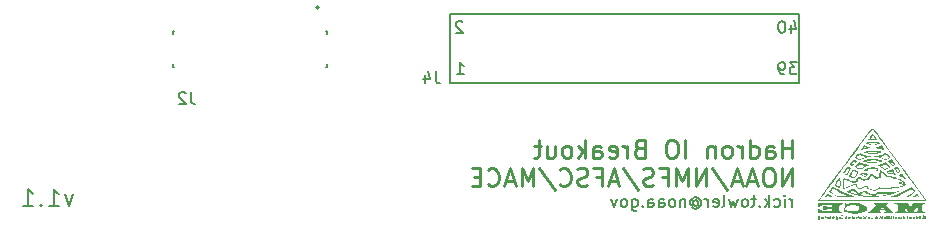
<source format=gbo>
%TF.GenerationSoftware,KiCad,Pcbnew,9.0.4*%
%TF.CreationDate,2025-11-20T16:12:11-08:00*%
%TF.ProjectId,hadron_io_breakouts,68616472-6f6e-45f6-996f-5f627265616b,rev?*%
%TF.SameCoordinates,Original*%
%TF.FileFunction,Legend,Bot*%
%TF.FilePolarity,Positive*%
%FSLAX46Y46*%
G04 Gerber Fmt 4.6, Leading zero omitted, Abs format (unit mm)*
G04 Created by KiCad (PCBNEW 9.0.4) date 2025-11-20 16:12:11*
%MOMM*%
%LPD*%
G01*
G04 APERTURE LIST*
%ADD10C,0.127000*%
%ADD11C,0.130000*%
%ADD12C,0.254000*%
%ADD13C,0.150000*%
%ADD14C,0.200000*%
%ADD15C,0.000000*%
G04 APERTURE END LIST*
D10*
X89728352Y-37821015D02*
X89728352Y-37154348D01*
X89728352Y-37344824D02*
X89680733Y-37249586D01*
X89680733Y-37249586D02*
X89633114Y-37201967D01*
X89633114Y-37201967D02*
X89537876Y-37154348D01*
X89537876Y-37154348D02*
X89442638Y-37154348D01*
X89109304Y-37821015D02*
X89109304Y-37154348D01*
X89109304Y-36821015D02*
X89156923Y-36868634D01*
X89156923Y-36868634D02*
X89109304Y-36916253D01*
X89109304Y-36916253D02*
X89061685Y-36868634D01*
X89061685Y-36868634D02*
X89109304Y-36821015D01*
X89109304Y-36821015D02*
X89109304Y-36916253D01*
X88204543Y-37773396D02*
X88299781Y-37821015D01*
X88299781Y-37821015D02*
X88490257Y-37821015D01*
X88490257Y-37821015D02*
X88585495Y-37773396D01*
X88585495Y-37773396D02*
X88633114Y-37725776D01*
X88633114Y-37725776D02*
X88680733Y-37630538D01*
X88680733Y-37630538D02*
X88680733Y-37344824D01*
X88680733Y-37344824D02*
X88633114Y-37249586D01*
X88633114Y-37249586D02*
X88585495Y-37201967D01*
X88585495Y-37201967D02*
X88490257Y-37154348D01*
X88490257Y-37154348D02*
X88299781Y-37154348D01*
X88299781Y-37154348D02*
X88204543Y-37201967D01*
X87775971Y-37821015D02*
X87775971Y-36821015D01*
X87680733Y-37440062D02*
X87395019Y-37821015D01*
X87395019Y-37154348D02*
X87775971Y-37535300D01*
X86966447Y-37725776D02*
X86918828Y-37773396D01*
X86918828Y-37773396D02*
X86966447Y-37821015D01*
X86966447Y-37821015D02*
X87014066Y-37773396D01*
X87014066Y-37773396D02*
X86966447Y-37725776D01*
X86966447Y-37725776D02*
X86966447Y-37821015D01*
X86633114Y-37154348D02*
X86252162Y-37154348D01*
X86490257Y-36821015D02*
X86490257Y-37678157D01*
X86490257Y-37678157D02*
X86442638Y-37773396D01*
X86442638Y-37773396D02*
X86347400Y-37821015D01*
X86347400Y-37821015D02*
X86252162Y-37821015D01*
X85775971Y-37821015D02*
X85871209Y-37773396D01*
X85871209Y-37773396D02*
X85918828Y-37725776D01*
X85918828Y-37725776D02*
X85966447Y-37630538D01*
X85966447Y-37630538D02*
X85966447Y-37344824D01*
X85966447Y-37344824D02*
X85918828Y-37249586D01*
X85918828Y-37249586D02*
X85871209Y-37201967D01*
X85871209Y-37201967D02*
X85775971Y-37154348D01*
X85775971Y-37154348D02*
X85633114Y-37154348D01*
X85633114Y-37154348D02*
X85537876Y-37201967D01*
X85537876Y-37201967D02*
X85490257Y-37249586D01*
X85490257Y-37249586D02*
X85442638Y-37344824D01*
X85442638Y-37344824D02*
X85442638Y-37630538D01*
X85442638Y-37630538D02*
X85490257Y-37725776D01*
X85490257Y-37725776D02*
X85537876Y-37773396D01*
X85537876Y-37773396D02*
X85633114Y-37821015D01*
X85633114Y-37821015D02*
X85775971Y-37821015D01*
X85109304Y-37154348D02*
X84918828Y-37821015D01*
X84918828Y-37821015D02*
X84728352Y-37344824D01*
X84728352Y-37344824D02*
X84537876Y-37821015D01*
X84537876Y-37821015D02*
X84347400Y-37154348D01*
X83823590Y-37821015D02*
X83918828Y-37773396D01*
X83918828Y-37773396D02*
X83966447Y-37678157D01*
X83966447Y-37678157D02*
X83966447Y-36821015D01*
X83061685Y-37773396D02*
X83156923Y-37821015D01*
X83156923Y-37821015D02*
X83347399Y-37821015D01*
X83347399Y-37821015D02*
X83442637Y-37773396D01*
X83442637Y-37773396D02*
X83490256Y-37678157D01*
X83490256Y-37678157D02*
X83490256Y-37297205D01*
X83490256Y-37297205D02*
X83442637Y-37201967D01*
X83442637Y-37201967D02*
X83347399Y-37154348D01*
X83347399Y-37154348D02*
X83156923Y-37154348D01*
X83156923Y-37154348D02*
X83061685Y-37201967D01*
X83061685Y-37201967D02*
X83014066Y-37297205D01*
X83014066Y-37297205D02*
X83014066Y-37392443D01*
X83014066Y-37392443D02*
X83490256Y-37487681D01*
X82585494Y-37821015D02*
X82585494Y-37154348D01*
X82585494Y-37344824D02*
X82537875Y-37249586D01*
X82537875Y-37249586D02*
X82490256Y-37201967D01*
X82490256Y-37201967D02*
X82395018Y-37154348D01*
X82395018Y-37154348D02*
X82299780Y-37154348D01*
X81347399Y-37344824D02*
X81395018Y-37297205D01*
X81395018Y-37297205D02*
X81490256Y-37249586D01*
X81490256Y-37249586D02*
X81585494Y-37249586D01*
X81585494Y-37249586D02*
X81680732Y-37297205D01*
X81680732Y-37297205D02*
X81728351Y-37344824D01*
X81728351Y-37344824D02*
X81775970Y-37440062D01*
X81775970Y-37440062D02*
X81775970Y-37535300D01*
X81775970Y-37535300D02*
X81728351Y-37630538D01*
X81728351Y-37630538D02*
X81680732Y-37678157D01*
X81680732Y-37678157D02*
X81585494Y-37725776D01*
X81585494Y-37725776D02*
X81490256Y-37725776D01*
X81490256Y-37725776D02*
X81395018Y-37678157D01*
X81395018Y-37678157D02*
X81347399Y-37630538D01*
X81347399Y-37249586D02*
X81347399Y-37630538D01*
X81347399Y-37630538D02*
X81299780Y-37678157D01*
X81299780Y-37678157D02*
X81252161Y-37678157D01*
X81252161Y-37678157D02*
X81156922Y-37630538D01*
X81156922Y-37630538D02*
X81109303Y-37535300D01*
X81109303Y-37535300D02*
X81109303Y-37297205D01*
X81109303Y-37297205D02*
X81204542Y-37154348D01*
X81204542Y-37154348D02*
X81347399Y-37059110D01*
X81347399Y-37059110D02*
X81537875Y-37011491D01*
X81537875Y-37011491D02*
X81728351Y-37059110D01*
X81728351Y-37059110D02*
X81871208Y-37154348D01*
X81871208Y-37154348D02*
X81966446Y-37297205D01*
X81966446Y-37297205D02*
X82014065Y-37487681D01*
X82014065Y-37487681D02*
X81966446Y-37678157D01*
X81966446Y-37678157D02*
X81871208Y-37821015D01*
X81871208Y-37821015D02*
X81728351Y-37916253D01*
X81728351Y-37916253D02*
X81537875Y-37963872D01*
X81537875Y-37963872D02*
X81347399Y-37916253D01*
X81347399Y-37916253D02*
X81204542Y-37821015D01*
X80680732Y-37154348D02*
X80680732Y-37821015D01*
X80680732Y-37249586D02*
X80633113Y-37201967D01*
X80633113Y-37201967D02*
X80537875Y-37154348D01*
X80537875Y-37154348D02*
X80395018Y-37154348D01*
X80395018Y-37154348D02*
X80299780Y-37201967D01*
X80299780Y-37201967D02*
X80252161Y-37297205D01*
X80252161Y-37297205D02*
X80252161Y-37821015D01*
X79633113Y-37821015D02*
X79728351Y-37773396D01*
X79728351Y-37773396D02*
X79775970Y-37725776D01*
X79775970Y-37725776D02*
X79823589Y-37630538D01*
X79823589Y-37630538D02*
X79823589Y-37344824D01*
X79823589Y-37344824D02*
X79775970Y-37249586D01*
X79775970Y-37249586D02*
X79728351Y-37201967D01*
X79728351Y-37201967D02*
X79633113Y-37154348D01*
X79633113Y-37154348D02*
X79490256Y-37154348D01*
X79490256Y-37154348D02*
X79395018Y-37201967D01*
X79395018Y-37201967D02*
X79347399Y-37249586D01*
X79347399Y-37249586D02*
X79299780Y-37344824D01*
X79299780Y-37344824D02*
X79299780Y-37630538D01*
X79299780Y-37630538D02*
X79347399Y-37725776D01*
X79347399Y-37725776D02*
X79395018Y-37773396D01*
X79395018Y-37773396D02*
X79490256Y-37821015D01*
X79490256Y-37821015D02*
X79633113Y-37821015D01*
X78442637Y-37821015D02*
X78442637Y-37297205D01*
X78442637Y-37297205D02*
X78490256Y-37201967D01*
X78490256Y-37201967D02*
X78585494Y-37154348D01*
X78585494Y-37154348D02*
X78775970Y-37154348D01*
X78775970Y-37154348D02*
X78871208Y-37201967D01*
X78442637Y-37773396D02*
X78537875Y-37821015D01*
X78537875Y-37821015D02*
X78775970Y-37821015D01*
X78775970Y-37821015D02*
X78871208Y-37773396D01*
X78871208Y-37773396D02*
X78918827Y-37678157D01*
X78918827Y-37678157D02*
X78918827Y-37582919D01*
X78918827Y-37582919D02*
X78871208Y-37487681D01*
X78871208Y-37487681D02*
X78775970Y-37440062D01*
X78775970Y-37440062D02*
X78537875Y-37440062D01*
X78537875Y-37440062D02*
X78442637Y-37392443D01*
X77537875Y-37821015D02*
X77537875Y-37297205D01*
X77537875Y-37297205D02*
X77585494Y-37201967D01*
X77585494Y-37201967D02*
X77680732Y-37154348D01*
X77680732Y-37154348D02*
X77871208Y-37154348D01*
X77871208Y-37154348D02*
X77966446Y-37201967D01*
X77537875Y-37773396D02*
X77633113Y-37821015D01*
X77633113Y-37821015D02*
X77871208Y-37821015D01*
X77871208Y-37821015D02*
X77966446Y-37773396D01*
X77966446Y-37773396D02*
X78014065Y-37678157D01*
X78014065Y-37678157D02*
X78014065Y-37582919D01*
X78014065Y-37582919D02*
X77966446Y-37487681D01*
X77966446Y-37487681D02*
X77871208Y-37440062D01*
X77871208Y-37440062D02*
X77633113Y-37440062D01*
X77633113Y-37440062D02*
X77537875Y-37392443D01*
X77061684Y-37725776D02*
X77014065Y-37773396D01*
X77014065Y-37773396D02*
X77061684Y-37821015D01*
X77061684Y-37821015D02*
X77109303Y-37773396D01*
X77109303Y-37773396D02*
X77061684Y-37725776D01*
X77061684Y-37725776D02*
X77061684Y-37821015D01*
X76156923Y-37154348D02*
X76156923Y-37963872D01*
X76156923Y-37963872D02*
X76204542Y-38059110D01*
X76204542Y-38059110D02*
X76252161Y-38106729D01*
X76252161Y-38106729D02*
X76347399Y-38154348D01*
X76347399Y-38154348D02*
X76490256Y-38154348D01*
X76490256Y-38154348D02*
X76585494Y-38106729D01*
X76156923Y-37773396D02*
X76252161Y-37821015D01*
X76252161Y-37821015D02*
X76442637Y-37821015D01*
X76442637Y-37821015D02*
X76537875Y-37773396D01*
X76537875Y-37773396D02*
X76585494Y-37725776D01*
X76585494Y-37725776D02*
X76633113Y-37630538D01*
X76633113Y-37630538D02*
X76633113Y-37344824D01*
X76633113Y-37344824D02*
X76585494Y-37249586D01*
X76585494Y-37249586D02*
X76537875Y-37201967D01*
X76537875Y-37201967D02*
X76442637Y-37154348D01*
X76442637Y-37154348D02*
X76252161Y-37154348D01*
X76252161Y-37154348D02*
X76156923Y-37201967D01*
X75537875Y-37821015D02*
X75633113Y-37773396D01*
X75633113Y-37773396D02*
X75680732Y-37725776D01*
X75680732Y-37725776D02*
X75728351Y-37630538D01*
X75728351Y-37630538D02*
X75728351Y-37344824D01*
X75728351Y-37344824D02*
X75680732Y-37249586D01*
X75680732Y-37249586D02*
X75633113Y-37201967D01*
X75633113Y-37201967D02*
X75537875Y-37154348D01*
X75537875Y-37154348D02*
X75395018Y-37154348D01*
X75395018Y-37154348D02*
X75299780Y-37201967D01*
X75299780Y-37201967D02*
X75252161Y-37249586D01*
X75252161Y-37249586D02*
X75204542Y-37344824D01*
X75204542Y-37344824D02*
X75204542Y-37630538D01*
X75204542Y-37630538D02*
X75252161Y-37725776D01*
X75252161Y-37725776D02*
X75299780Y-37773396D01*
X75299780Y-37773396D02*
X75395018Y-37821015D01*
X75395018Y-37821015D02*
X75537875Y-37821015D01*
X74871208Y-37154348D02*
X74633113Y-37821015D01*
X74633113Y-37821015D02*
X74395018Y-37154348D01*
D11*
X28850188Y-36759668D02*
X28493045Y-37759668D01*
X28493045Y-37759668D02*
X28135902Y-36759668D01*
X26778759Y-37759668D02*
X27635902Y-37759668D01*
X27207331Y-37759668D02*
X27207331Y-36259668D01*
X27207331Y-36259668D02*
X27350188Y-36473954D01*
X27350188Y-36473954D02*
X27493045Y-36616811D01*
X27493045Y-36616811D02*
X27635902Y-36688240D01*
X26135903Y-37616811D02*
X26064474Y-37688240D01*
X26064474Y-37688240D02*
X26135903Y-37759668D01*
X26135903Y-37759668D02*
X26207331Y-37688240D01*
X26207331Y-37688240D02*
X26135903Y-37616811D01*
X26135903Y-37616811D02*
X26135903Y-37759668D01*
X24635902Y-37759668D02*
X25493045Y-37759668D01*
X25064474Y-37759668D02*
X25064474Y-36259668D01*
X25064474Y-36259668D02*
X25207331Y-36473954D01*
X25207331Y-36473954D02*
X25350188Y-36616811D01*
X25350188Y-36616811D02*
X25493045Y-36688240D01*
D12*
X89750752Y-33638304D02*
X89750752Y-32138304D01*
X89750752Y-32852590D02*
X88893609Y-32852590D01*
X88893609Y-33638304D02*
X88893609Y-32138304D01*
X87536466Y-33638304D02*
X87536466Y-32852590D01*
X87536466Y-32852590D02*
X87607894Y-32709733D01*
X87607894Y-32709733D02*
X87750751Y-32638304D01*
X87750751Y-32638304D02*
X88036466Y-32638304D01*
X88036466Y-32638304D02*
X88179323Y-32709733D01*
X87536466Y-33566876D02*
X87679323Y-33638304D01*
X87679323Y-33638304D02*
X88036466Y-33638304D01*
X88036466Y-33638304D02*
X88179323Y-33566876D01*
X88179323Y-33566876D02*
X88250751Y-33424018D01*
X88250751Y-33424018D02*
X88250751Y-33281161D01*
X88250751Y-33281161D02*
X88179323Y-33138304D01*
X88179323Y-33138304D02*
X88036466Y-33066876D01*
X88036466Y-33066876D02*
X87679323Y-33066876D01*
X87679323Y-33066876D02*
X87536466Y-32995447D01*
X86179323Y-33638304D02*
X86179323Y-32138304D01*
X86179323Y-33566876D02*
X86322180Y-33638304D01*
X86322180Y-33638304D02*
X86607894Y-33638304D01*
X86607894Y-33638304D02*
X86750751Y-33566876D01*
X86750751Y-33566876D02*
X86822180Y-33495447D01*
X86822180Y-33495447D02*
X86893608Y-33352590D01*
X86893608Y-33352590D02*
X86893608Y-32924018D01*
X86893608Y-32924018D02*
X86822180Y-32781161D01*
X86822180Y-32781161D02*
X86750751Y-32709733D01*
X86750751Y-32709733D02*
X86607894Y-32638304D01*
X86607894Y-32638304D02*
X86322180Y-32638304D01*
X86322180Y-32638304D02*
X86179323Y-32709733D01*
X85465037Y-33638304D02*
X85465037Y-32638304D01*
X85465037Y-32924018D02*
X85393608Y-32781161D01*
X85393608Y-32781161D02*
X85322180Y-32709733D01*
X85322180Y-32709733D02*
X85179322Y-32638304D01*
X85179322Y-32638304D02*
X85036465Y-32638304D01*
X84322180Y-33638304D02*
X84465037Y-33566876D01*
X84465037Y-33566876D02*
X84536466Y-33495447D01*
X84536466Y-33495447D02*
X84607894Y-33352590D01*
X84607894Y-33352590D02*
X84607894Y-32924018D01*
X84607894Y-32924018D02*
X84536466Y-32781161D01*
X84536466Y-32781161D02*
X84465037Y-32709733D01*
X84465037Y-32709733D02*
X84322180Y-32638304D01*
X84322180Y-32638304D02*
X84107894Y-32638304D01*
X84107894Y-32638304D02*
X83965037Y-32709733D01*
X83965037Y-32709733D02*
X83893609Y-32781161D01*
X83893609Y-32781161D02*
X83822180Y-32924018D01*
X83822180Y-32924018D02*
X83822180Y-33352590D01*
X83822180Y-33352590D02*
X83893609Y-33495447D01*
X83893609Y-33495447D02*
X83965037Y-33566876D01*
X83965037Y-33566876D02*
X84107894Y-33638304D01*
X84107894Y-33638304D02*
X84322180Y-33638304D01*
X83179323Y-32638304D02*
X83179323Y-33638304D01*
X83179323Y-32781161D02*
X83107894Y-32709733D01*
X83107894Y-32709733D02*
X82965037Y-32638304D01*
X82965037Y-32638304D02*
X82750751Y-32638304D01*
X82750751Y-32638304D02*
X82607894Y-32709733D01*
X82607894Y-32709733D02*
X82536466Y-32852590D01*
X82536466Y-32852590D02*
X82536466Y-33638304D01*
X80679323Y-33638304D02*
X80679323Y-32138304D01*
X79679322Y-32138304D02*
X79393608Y-32138304D01*
X79393608Y-32138304D02*
X79250751Y-32209733D01*
X79250751Y-32209733D02*
X79107894Y-32352590D01*
X79107894Y-32352590D02*
X79036465Y-32638304D01*
X79036465Y-32638304D02*
X79036465Y-33138304D01*
X79036465Y-33138304D02*
X79107894Y-33424018D01*
X79107894Y-33424018D02*
X79250751Y-33566876D01*
X79250751Y-33566876D02*
X79393608Y-33638304D01*
X79393608Y-33638304D02*
X79679322Y-33638304D01*
X79679322Y-33638304D02*
X79822180Y-33566876D01*
X79822180Y-33566876D02*
X79965037Y-33424018D01*
X79965037Y-33424018D02*
X80036465Y-33138304D01*
X80036465Y-33138304D02*
X80036465Y-32638304D01*
X80036465Y-32638304D02*
X79965037Y-32352590D01*
X79965037Y-32352590D02*
X79822180Y-32209733D01*
X79822180Y-32209733D02*
X79679322Y-32138304D01*
X76750751Y-32852590D02*
X76536465Y-32924018D01*
X76536465Y-32924018D02*
X76465036Y-32995447D01*
X76465036Y-32995447D02*
X76393608Y-33138304D01*
X76393608Y-33138304D02*
X76393608Y-33352590D01*
X76393608Y-33352590D02*
X76465036Y-33495447D01*
X76465036Y-33495447D02*
X76536465Y-33566876D01*
X76536465Y-33566876D02*
X76679322Y-33638304D01*
X76679322Y-33638304D02*
X77250751Y-33638304D01*
X77250751Y-33638304D02*
X77250751Y-32138304D01*
X77250751Y-32138304D02*
X76750751Y-32138304D01*
X76750751Y-32138304D02*
X76607894Y-32209733D01*
X76607894Y-32209733D02*
X76536465Y-32281161D01*
X76536465Y-32281161D02*
X76465036Y-32424018D01*
X76465036Y-32424018D02*
X76465036Y-32566876D01*
X76465036Y-32566876D02*
X76536465Y-32709733D01*
X76536465Y-32709733D02*
X76607894Y-32781161D01*
X76607894Y-32781161D02*
X76750751Y-32852590D01*
X76750751Y-32852590D02*
X77250751Y-32852590D01*
X75750751Y-33638304D02*
X75750751Y-32638304D01*
X75750751Y-32924018D02*
X75679322Y-32781161D01*
X75679322Y-32781161D02*
X75607894Y-32709733D01*
X75607894Y-32709733D02*
X75465036Y-32638304D01*
X75465036Y-32638304D02*
X75322179Y-32638304D01*
X74250751Y-33566876D02*
X74393608Y-33638304D01*
X74393608Y-33638304D02*
X74679323Y-33638304D01*
X74679323Y-33638304D02*
X74822180Y-33566876D01*
X74822180Y-33566876D02*
X74893608Y-33424018D01*
X74893608Y-33424018D02*
X74893608Y-32852590D01*
X74893608Y-32852590D02*
X74822180Y-32709733D01*
X74822180Y-32709733D02*
X74679323Y-32638304D01*
X74679323Y-32638304D02*
X74393608Y-32638304D01*
X74393608Y-32638304D02*
X74250751Y-32709733D01*
X74250751Y-32709733D02*
X74179323Y-32852590D01*
X74179323Y-32852590D02*
X74179323Y-32995447D01*
X74179323Y-32995447D02*
X74893608Y-33138304D01*
X72893609Y-33638304D02*
X72893609Y-32852590D01*
X72893609Y-32852590D02*
X72965037Y-32709733D01*
X72965037Y-32709733D02*
X73107894Y-32638304D01*
X73107894Y-32638304D02*
X73393609Y-32638304D01*
X73393609Y-32638304D02*
X73536466Y-32709733D01*
X72893609Y-33566876D02*
X73036466Y-33638304D01*
X73036466Y-33638304D02*
X73393609Y-33638304D01*
X73393609Y-33638304D02*
X73536466Y-33566876D01*
X73536466Y-33566876D02*
X73607894Y-33424018D01*
X73607894Y-33424018D02*
X73607894Y-33281161D01*
X73607894Y-33281161D02*
X73536466Y-33138304D01*
X73536466Y-33138304D02*
X73393609Y-33066876D01*
X73393609Y-33066876D02*
X73036466Y-33066876D01*
X73036466Y-33066876D02*
X72893609Y-32995447D01*
X72179323Y-33638304D02*
X72179323Y-32138304D01*
X72036466Y-33066876D02*
X71607894Y-33638304D01*
X71607894Y-32638304D02*
X72179323Y-33209733D01*
X70750751Y-33638304D02*
X70893608Y-33566876D01*
X70893608Y-33566876D02*
X70965037Y-33495447D01*
X70965037Y-33495447D02*
X71036465Y-33352590D01*
X71036465Y-33352590D02*
X71036465Y-32924018D01*
X71036465Y-32924018D02*
X70965037Y-32781161D01*
X70965037Y-32781161D02*
X70893608Y-32709733D01*
X70893608Y-32709733D02*
X70750751Y-32638304D01*
X70750751Y-32638304D02*
X70536465Y-32638304D01*
X70536465Y-32638304D02*
X70393608Y-32709733D01*
X70393608Y-32709733D02*
X70322180Y-32781161D01*
X70322180Y-32781161D02*
X70250751Y-32924018D01*
X70250751Y-32924018D02*
X70250751Y-33352590D01*
X70250751Y-33352590D02*
X70322180Y-33495447D01*
X70322180Y-33495447D02*
X70393608Y-33566876D01*
X70393608Y-33566876D02*
X70536465Y-33638304D01*
X70536465Y-33638304D02*
X70750751Y-33638304D01*
X68965037Y-32638304D02*
X68965037Y-33638304D01*
X69607894Y-32638304D02*
X69607894Y-33424018D01*
X69607894Y-33424018D02*
X69536465Y-33566876D01*
X69536465Y-33566876D02*
X69393608Y-33638304D01*
X69393608Y-33638304D02*
X69179322Y-33638304D01*
X69179322Y-33638304D02*
X69036465Y-33566876D01*
X69036465Y-33566876D02*
X68965037Y-33495447D01*
X68465036Y-32638304D02*
X67893608Y-32638304D01*
X68250751Y-32138304D02*
X68250751Y-33424018D01*
X68250751Y-33424018D02*
X68179322Y-33566876D01*
X68179322Y-33566876D02*
X68036465Y-33638304D01*
X68036465Y-33638304D02*
X67893608Y-33638304D01*
X89750752Y-36053220D02*
X89750752Y-34553220D01*
X89750752Y-34553220D02*
X88893609Y-36053220D01*
X88893609Y-36053220D02*
X88893609Y-34553220D01*
X87893608Y-34553220D02*
X87607894Y-34553220D01*
X87607894Y-34553220D02*
X87465037Y-34624649D01*
X87465037Y-34624649D02*
X87322180Y-34767506D01*
X87322180Y-34767506D02*
X87250751Y-35053220D01*
X87250751Y-35053220D02*
X87250751Y-35553220D01*
X87250751Y-35553220D02*
X87322180Y-35838934D01*
X87322180Y-35838934D02*
X87465037Y-35981792D01*
X87465037Y-35981792D02*
X87607894Y-36053220D01*
X87607894Y-36053220D02*
X87893608Y-36053220D01*
X87893608Y-36053220D02*
X88036466Y-35981792D01*
X88036466Y-35981792D02*
X88179323Y-35838934D01*
X88179323Y-35838934D02*
X88250751Y-35553220D01*
X88250751Y-35553220D02*
X88250751Y-35053220D01*
X88250751Y-35053220D02*
X88179323Y-34767506D01*
X88179323Y-34767506D02*
X88036466Y-34624649D01*
X88036466Y-34624649D02*
X87893608Y-34553220D01*
X86679322Y-35624649D02*
X85965037Y-35624649D01*
X86822179Y-36053220D02*
X86322179Y-34553220D01*
X86322179Y-34553220D02*
X85822179Y-36053220D01*
X85393608Y-35624649D02*
X84679323Y-35624649D01*
X85536465Y-36053220D02*
X85036465Y-34553220D01*
X85036465Y-34553220D02*
X84536465Y-36053220D01*
X82965037Y-34481792D02*
X84250751Y-36410363D01*
X82465037Y-36053220D02*
X82465037Y-34553220D01*
X82465037Y-34553220D02*
X81607894Y-36053220D01*
X81607894Y-36053220D02*
X81607894Y-34553220D01*
X80893608Y-36053220D02*
X80893608Y-34553220D01*
X80893608Y-34553220D02*
X80393608Y-35624649D01*
X80393608Y-35624649D02*
X79893608Y-34553220D01*
X79893608Y-34553220D02*
X79893608Y-36053220D01*
X78679322Y-35267506D02*
X79179322Y-35267506D01*
X79179322Y-36053220D02*
X79179322Y-34553220D01*
X79179322Y-34553220D02*
X78465036Y-34553220D01*
X77965036Y-35981792D02*
X77750751Y-36053220D01*
X77750751Y-36053220D02*
X77393608Y-36053220D01*
X77393608Y-36053220D02*
X77250751Y-35981792D01*
X77250751Y-35981792D02*
X77179322Y-35910363D01*
X77179322Y-35910363D02*
X77107893Y-35767506D01*
X77107893Y-35767506D02*
X77107893Y-35624649D01*
X77107893Y-35624649D02*
X77179322Y-35481792D01*
X77179322Y-35481792D02*
X77250751Y-35410363D01*
X77250751Y-35410363D02*
X77393608Y-35338934D01*
X77393608Y-35338934D02*
X77679322Y-35267506D01*
X77679322Y-35267506D02*
X77822179Y-35196077D01*
X77822179Y-35196077D02*
X77893608Y-35124649D01*
X77893608Y-35124649D02*
X77965036Y-34981792D01*
X77965036Y-34981792D02*
X77965036Y-34838934D01*
X77965036Y-34838934D02*
X77893608Y-34696077D01*
X77893608Y-34696077D02*
X77822179Y-34624649D01*
X77822179Y-34624649D02*
X77679322Y-34553220D01*
X77679322Y-34553220D02*
X77322179Y-34553220D01*
X77322179Y-34553220D02*
X77107893Y-34624649D01*
X75393608Y-34481792D02*
X76679322Y-36410363D01*
X74965036Y-35624649D02*
X74250751Y-35624649D01*
X75107893Y-36053220D02*
X74607893Y-34553220D01*
X74607893Y-34553220D02*
X74107893Y-36053220D01*
X73107894Y-35267506D02*
X73607894Y-35267506D01*
X73607894Y-36053220D02*
X73607894Y-34553220D01*
X73607894Y-34553220D02*
X72893608Y-34553220D01*
X72393608Y-35981792D02*
X72179323Y-36053220D01*
X72179323Y-36053220D02*
X71822180Y-36053220D01*
X71822180Y-36053220D02*
X71679323Y-35981792D01*
X71679323Y-35981792D02*
X71607894Y-35910363D01*
X71607894Y-35910363D02*
X71536465Y-35767506D01*
X71536465Y-35767506D02*
X71536465Y-35624649D01*
X71536465Y-35624649D02*
X71607894Y-35481792D01*
X71607894Y-35481792D02*
X71679323Y-35410363D01*
X71679323Y-35410363D02*
X71822180Y-35338934D01*
X71822180Y-35338934D02*
X72107894Y-35267506D01*
X72107894Y-35267506D02*
X72250751Y-35196077D01*
X72250751Y-35196077D02*
X72322180Y-35124649D01*
X72322180Y-35124649D02*
X72393608Y-34981792D01*
X72393608Y-34981792D02*
X72393608Y-34838934D01*
X72393608Y-34838934D02*
X72322180Y-34696077D01*
X72322180Y-34696077D02*
X72250751Y-34624649D01*
X72250751Y-34624649D02*
X72107894Y-34553220D01*
X72107894Y-34553220D02*
X71750751Y-34553220D01*
X71750751Y-34553220D02*
X71536465Y-34624649D01*
X70036466Y-35910363D02*
X70107894Y-35981792D01*
X70107894Y-35981792D02*
X70322180Y-36053220D01*
X70322180Y-36053220D02*
X70465037Y-36053220D01*
X70465037Y-36053220D02*
X70679323Y-35981792D01*
X70679323Y-35981792D02*
X70822180Y-35838934D01*
X70822180Y-35838934D02*
X70893609Y-35696077D01*
X70893609Y-35696077D02*
X70965037Y-35410363D01*
X70965037Y-35410363D02*
X70965037Y-35196077D01*
X70965037Y-35196077D02*
X70893609Y-34910363D01*
X70893609Y-34910363D02*
X70822180Y-34767506D01*
X70822180Y-34767506D02*
X70679323Y-34624649D01*
X70679323Y-34624649D02*
X70465037Y-34553220D01*
X70465037Y-34553220D02*
X70322180Y-34553220D01*
X70322180Y-34553220D02*
X70107894Y-34624649D01*
X70107894Y-34624649D02*
X70036466Y-34696077D01*
X68322180Y-34481792D02*
X69607894Y-36410363D01*
X67822180Y-36053220D02*
X67822180Y-34553220D01*
X67822180Y-34553220D02*
X67322180Y-35624649D01*
X67322180Y-35624649D02*
X66822180Y-34553220D01*
X66822180Y-34553220D02*
X66822180Y-36053220D01*
X66179322Y-35624649D02*
X65465037Y-35624649D01*
X66322179Y-36053220D02*
X65822179Y-34553220D01*
X65822179Y-34553220D02*
X65322179Y-36053220D01*
X63965037Y-35910363D02*
X64036465Y-35981792D01*
X64036465Y-35981792D02*
X64250751Y-36053220D01*
X64250751Y-36053220D02*
X64393608Y-36053220D01*
X64393608Y-36053220D02*
X64607894Y-35981792D01*
X64607894Y-35981792D02*
X64750751Y-35838934D01*
X64750751Y-35838934D02*
X64822180Y-35696077D01*
X64822180Y-35696077D02*
X64893608Y-35410363D01*
X64893608Y-35410363D02*
X64893608Y-35196077D01*
X64893608Y-35196077D02*
X64822180Y-34910363D01*
X64822180Y-34910363D02*
X64750751Y-34767506D01*
X64750751Y-34767506D02*
X64607894Y-34624649D01*
X64607894Y-34624649D02*
X64393608Y-34553220D01*
X64393608Y-34553220D02*
X64250751Y-34553220D01*
X64250751Y-34553220D02*
X64036465Y-34624649D01*
X64036465Y-34624649D02*
X63965037Y-34696077D01*
X63322180Y-35267506D02*
X62822180Y-35267506D01*
X62607894Y-36053220D02*
X63322180Y-36053220D01*
X63322180Y-36053220D02*
X63322180Y-34553220D01*
X63322180Y-34553220D02*
X62607894Y-34553220D01*
D13*
X38798333Y-28098319D02*
X38798333Y-28812604D01*
X38798333Y-28812604D02*
X38845952Y-28955461D01*
X38845952Y-28955461D02*
X38941190Y-29050700D01*
X38941190Y-29050700D02*
X39084047Y-29098319D01*
X39084047Y-29098319D02*
X39179285Y-29098319D01*
X38369761Y-28193557D02*
X38322142Y-28145938D01*
X38322142Y-28145938D02*
X38226904Y-28098319D01*
X38226904Y-28098319D02*
X37988809Y-28098319D01*
X37988809Y-28098319D02*
X37893571Y-28145938D01*
X37893571Y-28145938D02*
X37845952Y-28193557D01*
X37845952Y-28193557D02*
X37798333Y-28288795D01*
X37798333Y-28288795D02*
X37798333Y-28384033D01*
X37798333Y-28384033D02*
X37845952Y-28526890D01*
X37845952Y-28526890D02*
X38417380Y-29098319D01*
X38417380Y-29098319D02*
X37798333Y-29098319D01*
D10*
X59531333Y-26333015D02*
X59531333Y-27047300D01*
X59531333Y-27047300D02*
X59578952Y-27190157D01*
X59578952Y-27190157D02*
X59674190Y-27285396D01*
X59674190Y-27285396D02*
X59817047Y-27333015D01*
X59817047Y-27333015D02*
X59912285Y-27333015D01*
X58626571Y-26666348D02*
X58626571Y-27333015D01*
X58864666Y-26285396D02*
X59102761Y-26999681D01*
X59102761Y-26999681D02*
X58483714Y-26999681D01*
D13*
X89609714Y-22401652D02*
X89609714Y-23068319D01*
X89847809Y-22020700D02*
X90085904Y-22734985D01*
X90085904Y-22734985D02*
X89466857Y-22734985D01*
X88895428Y-22068319D02*
X88800190Y-22068319D01*
X88800190Y-22068319D02*
X88704952Y-22115938D01*
X88704952Y-22115938D02*
X88657333Y-22163557D01*
X88657333Y-22163557D02*
X88609714Y-22258795D01*
X88609714Y-22258795D02*
X88562095Y-22449271D01*
X88562095Y-22449271D02*
X88562095Y-22687366D01*
X88562095Y-22687366D02*
X88609714Y-22877842D01*
X88609714Y-22877842D02*
X88657333Y-22973080D01*
X88657333Y-22973080D02*
X88704952Y-23020700D01*
X88704952Y-23020700D02*
X88800190Y-23068319D01*
X88800190Y-23068319D02*
X88895428Y-23068319D01*
X88895428Y-23068319D02*
X88990666Y-23020700D01*
X88990666Y-23020700D02*
X89038285Y-22973080D01*
X89038285Y-22973080D02*
X89085904Y-22877842D01*
X89085904Y-22877842D02*
X89133523Y-22687366D01*
X89133523Y-22687366D02*
X89133523Y-22449271D01*
X89133523Y-22449271D02*
X89085904Y-22258795D01*
X89085904Y-22258795D02*
X89038285Y-22163557D01*
X89038285Y-22163557D02*
X88990666Y-22115938D01*
X88990666Y-22115938D02*
X88895428Y-22068319D01*
X61809713Y-22163557D02*
X61762094Y-22115938D01*
X61762094Y-22115938D02*
X61666856Y-22068319D01*
X61666856Y-22068319D02*
X61428761Y-22068319D01*
X61428761Y-22068319D02*
X61333523Y-22115938D01*
X61333523Y-22115938D02*
X61285904Y-22163557D01*
X61285904Y-22163557D02*
X61238285Y-22258795D01*
X61238285Y-22258795D02*
X61238285Y-22354033D01*
X61238285Y-22354033D02*
X61285904Y-22496890D01*
X61285904Y-22496890D02*
X61857332Y-23068319D01*
X61857332Y-23068319D02*
X61238285Y-23068319D01*
X90133523Y-25568319D02*
X89514476Y-25568319D01*
X89514476Y-25568319D02*
X89847809Y-25949271D01*
X89847809Y-25949271D02*
X89704952Y-25949271D01*
X89704952Y-25949271D02*
X89609714Y-25996890D01*
X89609714Y-25996890D02*
X89562095Y-26044509D01*
X89562095Y-26044509D02*
X89514476Y-26139747D01*
X89514476Y-26139747D02*
X89514476Y-26377842D01*
X89514476Y-26377842D02*
X89562095Y-26473080D01*
X89562095Y-26473080D02*
X89609714Y-26520700D01*
X89609714Y-26520700D02*
X89704952Y-26568319D01*
X89704952Y-26568319D02*
X89990666Y-26568319D01*
X89990666Y-26568319D02*
X90085904Y-26520700D01*
X90085904Y-26520700D02*
X90133523Y-26473080D01*
X89038285Y-26568319D02*
X88847809Y-26568319D01*
X88847809Y-26568319D02*
X88752571Y-26520700D01*
X88752571Y-26520700D02*
X88704952Y-26473080D01*
X88704952Y-26473080D02*
X88609714Y-26330223D01*
X88609714Y-26330223D02*
X88562095Y-26139747D01*
X88562095Y-26139747D02*
X88562095Y-25758795D01*
X88562095Y-25758795D02*
X88609714Y-25663557D01*
X88609714Y-25663557D02*
X88657333Y-25615938D01*
X88657333Y-25615938D02*
X88752571Y-25568319D01*
X88752571Y-25568319D02*
X88943047Y-25568319D01*
X88943047Y-25568319D02*
X89038285Y-25615938D01*
X89038285Y-25615938D02*
X89085904Y-25663557D01*
X89085904Y-25663557D02*
X89133523Y-25758795D01*
X89133523Y-25758795D02*
X89133523Y-25996890D01*
X89133523Y-25996890D02*
X89085904Y-26092128D01*
X89085904Y-26092128D02*
X89038285Y-26139747D01*
X89038285Y-26139747D02*
X88943047Y-26187366D01*
X88943047Y-26187366D02*
X88752571Y-26187366D01*
X88752571Y-26187366D02*
X88657333Y-26139747D01*
X88657333Y-26139747D02*
X88609714Y-26092128D01*
X88609714Y-26092128D02*
X88562095Y-25996890D01*
X61338285Y-26568319D02*
X61909713Y-26568319D01*
X61623999Y-26568319D02*
X61623999Y-25568319D01*
X61623999Y-25568319D02*
X61719237Y-25711176D01*
X61719237Y-25711176D02*
X61814475Y-25806414D01*
X61814475Y-25806414D02*
X61909713Y-25854033D01*
D14*
%TO.C,J2*%
X37280000Y-23138500D02*
X37280000Y-22888500D01*
X37280000Y-25938500D02*
X37280000Y-25688500D01*
X37415000Y-22888500D02*
X37280000Y-22888500D01*
X37415000Y-25938500D02*
X37280000Y-25938500D01*
X50360000Y-22888500D02*
X50225000Y-22888500D01*
X50360000Y-23138500D02*
X50360000Y-22888500D01*
X50360000Y-25938500D02*
X50225000Y-25938500D01*
X50360000Y-25938500D02*
X50360000Y-25688500D01*
X49635000Y-20938500D02*
G75*
G02*
X49435000Y-20938500I-100000J0D01*
G01*
X49435000Y-20938500D02*
G75*
G02*
X49635000Y-20938500I100000J0D01*
G01*
D15*
%TO.C,G\u002A\u002A\u002A*%
G36*
X92406793Y-38523911D02*
G01*
X92428293Y-38551343D01*
X92427472Y-38558096D01*
X92400039Y-38579597D01*
X92393286Y-38578776D01*
X92371786Y-38551343D01*
X92372607Y-38544590D01*
X92400039Y-38523090D01*
X92406793Y-38523911D01*
G37*
G36*
X93360662Y-38549676D02*
G01*
X93359577Y-38557877D01*
X93332409Y-38579597D01*
X93326015Y-38579273D01*
X93304155Y-38567137D01*
X93305455Y-38562605D01*
X93332409Y-38537216D01*
X93343353Y-38532802D01*
X93360662Y-38549676D01*
G37*
G36*
X94716836Y-38549676D02*
G01*
X94715750Y-38557877D01*
X94688582Y-38579597D01*
X94682188Y-38579273D01*
X94660329Y-38567137D01*
X94661629Y-38562605D01*
X94688582Y-38537216D01*
X94699527Y-38532802D01*
X94716836Y-38549676D01*
G37*
G36*
X100763110Y-38549676D02*
G01*
X100762024Y-38557877D01*
X100734856Y-38579597D01*
X100728462Y-38579273D01*
X100706602Y-38567137D01*
X100707902Y-38562605D01*
X100734856Y-38537216D01*
X100745800Y-38532802D01*
X100763110Y-38549676D01*
G37*
G36*
X92403747Y-38608704D02*
G01*
X92421197Y-38641376D01*
X92428293Y-38706738D01*
X92428049Y-38719716D01*
X92418714Y-38780788D01*
X92400039Y-38805626D01*
X92396332Y-38804772D01*
X92378882Y-38772100D01*
X92371786Y-38706738D01*
X92372030Y-38693760D01*
X92381365Y-38632688D01*
X92400039Y-38607850D01*
X92403747Y-38608704D01*
G37*
G36*
X93339015Y-38611037D02*
G01*
X93354481Y-38651149D01*
X93360662Y-38722532D01*
X93360134Y-38747350D01*
X93350958Y-38807036D01*
X93332409Y-38819752D01*
X93329916Y-38817834D01*
X93311642Y-38775445D01*
X93304155Y-38705071D01*
X93304355Y-38693526D01*
X93313607Y-38632657D01*
X93332409Y-38607850D01*
X93339015Y-38611037D01*
G37*
G36*
X94695188Y-38611037D02*
G01*
X94710655Y-38651149D01*
X94716836Y-38722532D01*
X94716307Y-38747350D01*
X94707131Y-38807036D01*
X94688582Y-38819752D01*
X94686090Y-38817834D01*
X94667815Y-38775445D01*
X94660329Y-38705071D01*
X94660528Y-38693526D01*
X94669781Y-38632657D01*
X94688582Y-38607850D01*
X94695188Y-38611037D01*
G37*
G36*
X100741462Y-38611037D02*
G01*
X100756928Y-38651149D01*
X100763110Y-38722532D01*
X100762581Y-38747350D01*
X100753405Y-38807036D01*
X100734856Y-38819752D01*
X100732363Y-38817834D01*
X100714089Y-38775445D01*
X100706602Y-38705071D01*
X100706802Y-38693526D01*
X100716054Y-38632657D01*
X100734856Y-38607850D01*
X100741462Y-38611037D01*
G37*
G36*
X99897965Y-38548001D02*
G01*
X99912395Y-38601846D01*
X99914014Y-38677720D01*
X99903516Y-38751729D01*
X99881597Y-38799975D01*
X99860036Y-38819539D01*
X99830848Y-38829039D01*
X99818486Y-38793430D01*
X99819405Y-38707436D01*
X99819812Y-38700501D01*
X99832772Y-38593163D01*
X99855658Y-38539727D01*
X99889200Y-38538423D01*
X99897965Y-38548001D01*
G37*
G36*
X92568789Y-38612487D02*
G01*
X92592537Y-38639864D01*
X92597815Y-38706738D01*
X92597571Y-38719716D01*
X92588236Y-38780788D01*
X92569561Y-38805626D01*
X92550979Y-38788089D01*
X92541308Y-38734992D01*
X92533013Y-38688919D01*
X92498927Y-38664358D01*
X92479431Y-38661170D01*
X92456547Y-38636104D01*
X92474083Y-38617522D01*
X92527181Y-38607850D01*
X92568789Y-38612487D01*
G37*
G36*
X97197266Y-38568596D02*
G01*
X97210761Y-38603419D01*
X97213752Y-38684349D01*
X97187402Y-38798562D01*
X97180278Y-38813969D01*
X97143319Y-38832689D01*
X97104266Y-38805626D01*
X97100098Y-38794394D01*
X97120257Y-38777372D01*
X97140177Y-38760309D01*
X97139179Y-38699675D01*
X97134715Y-38636375D01*
X97145337Y-38566100D01*
X97157243Y-38536131D01*
X97172410Y-38527724D01*
X97197266Y-38568596D01*
G37*
G36*
X99485490Y-38607919D02*
G01*
X99526817Y-38616099D01*
X99544479Y-38649038D01*
X99548204Y-38722532D01*
X99547675Y-38747350D01*
X99538500Y-38807036D01*
X99519950Y-38819752D01*
X99502114Y-38793148D01*
X99491697Y-38733324D01*
X99483458Y-38688827D01*
X99449316Y-38664358D01*
X99429820Y-38661170D01*
X99406936Y-38636104D01*
X99424473Y-38617522D01*
X99477570Y-38607850D01*
X99485490Y-38607919D01*
G37*
G36*
X94844474Y-38552148D02*
G01*
X94856873Y-38594391D01*
X94862018Y-38673041D01*
X94856639Y-38754593D01*
X94841112Y-38810261D01*
X94808814Y-38831001D01*
X94766153Y-38829643D01*
X94745089Y-38805626D01*
X94746659Y-38796876D01*
X94776875Y-38777372D01*
X94795397Y-38759032D01*
X94794129Y-38699675D01*
X94792893Y-38692613D01*
X94789316Y-38620892D01*
X94799851Y-38564402D01*
X94819802Y-38536901D01*
X94844474Y-38552148D01*
G37*
G36*
X99012332Y-35794521D02*
G01*
X98992550Y-35848414D01*
X98967016Y-35862376D01*
X98903855Y-35867506D01*
X98839641Y-35852958D01*
X98802506Y-35822558D01*
X98791668Y-35740781D01*
X98791989Y-35740108D01*
X98870117Y-35740108D01*
X98884244Y-35754235D01*
X98898371Y-35740108D01*
X98884244Y-35725982D01*
X98870117Y-35740108D01*
X98791989Y-35740108D01*
X98820749Y-35679813D01*
X98878922Y-35652257D01*
X98954878Y-35669474D01*
X98963252Y-35674766D01*
X99000556Y-35727089D01*
X99002830Y-35740108D01*
X99012332Y-35794521D01*
G37*
G36*
X93250530Y-38612575D02*
G01*
X93272160Y-38638334D01*
X93275901Y-38704948D01*
X93270722Y-38761442D01*
X93253088Y-38801121D01*
X93231321Y-38797284D01*
X93214296Y-38744268D01*
X93204784Y-38708228D01*
X93176510Y-38673449D01*
X93147777Y-38680804D01*
X93134633Y-38732637D01*
X93126901Y-38781387D01*
X93104590Y-38805626D01*
X93102556Y-38805425D01*
X93085347Y-38776997D01*
X93083399Y-38713801D01*
X93091471Y-38663657D01*
X93119351Y-38626822D01*
X93184077Y-38613124D01*
X93195405Y-38612064D01*
X93250530Y-38612575D01*
G37*
G36*
X96072576Y-38612967D02*
G01*
X96096442Y-38640239D01*
X96101263Y-38706738D01*
X96101019Y-38719716D01*
X96091684Y-38780788D01*
X96073009Y-38805626D01*
X96054427Y-38788089D01*
X96044756Y-38734992D01*
X96037741Y-38688536D01*
X96016502Y-38664358D01*
X95998546Y-38679482D01*
X95988249Y-38730283D01*
X95984428Y-38774526D01*
X95970181Y-38814275D01*
X95948012Y-38824457D01*
X95917118Y-38803162D01*
X95903488Y-38749762D01*
X95910581Y-38682570D01*
X95947256Y-38625541D01*
X96019525Y-38607850D01*
X96072576Y-38612967D01*
G37*
G36*
X93836726Y-38635788D02*
G01*
X93840974Y-38700239D01*
X93840922Y-38706993D01*
X93834250Y-38776986D01*
X93819784Y-38817569D01*
X93800731Y-38809874D01*
X93784467Y-38761038D01*
X93767404Y-38707030D01*
X93738059Y-38673093D01*
X93711360Y-38680244D01*
X93699706Y-38732637D01*
X93691973Y-38781387D01*
X93669662Y-38805626D01*
X93667629Y-38805425D01*
X93650420Y-38776997D01*
X93648472Y-38713801D01*
X93656543Y-38663657D01*
X93684423Y-38626822D01*
X93749150Y-38613124D01*
X93752630Y-38612791D01*
X93812846Y-38611922D01*
X93836726Y-38635788D01*
G37*
G36*
X94380674Y-38612575D02*
G01*
X94402304Y-38638334D01*
X94406046Y-38704948D01*
X94405751Y-38719471D01*
X94396334Y-38780757D01*
X94377792Y-38805626D01*
X94359210Y-38788089D01*
X94349539Y-38734992D01*
X94341244Y-38688919D01*
X94307158Y-38664358D01*
X94279515Y-38678182D01*
X94264778Y-38734992D01*
X94257315Y-38781458D01*
X94234734Y-38805626D01*
X94232701Y-38805425D01*
X94215492Y-38776997D01*
X94213544Y-38713801D01*
X94221615Y-38663657D01*
X94249495Y-38626822D01*
X94314222Y-38613124D01*
X94325549Y-38612064D01*
X94380674Y-38612575D01*
G37*
G36*
X97410728Y-38615485D02*
G01*
X97426331Y-38647159D01*
X97429183Y-38720656D01*
X97428607Y-38747000D01*
X97419395Y-38806939D01*
X97400929Y-38819752D01*
X97383093Y-38793148D01*
X97372676Y-38733324D01*
X97365846Y-38688485D01*
X97344422Y-38664358D01*
X97326053Y-38681030D01*
X97316168Y-38733324D01*
X97309389Y-38780975D01*
X97286041Y-38820911D01*
X97281345Y-38823083D01*
X97264970Y-38803330D01*
X97264851Y-38730754D01*
X97274830Y-38662584D01*
X97299597Y-38626498D01*
X97351485Y-38613037D01*
X97371802Y-38610989D01*
X97410728Y-38615485D01*
G37*
G36*
X92268228Y-38622702D02*
G01*
X92319209Y-38639425D01*
X92338703Y-38687603D01*
X92340755Y-38734475D01*
X92330120Y-38799825D01*
X92328449Y-38804114D01*
X92310054Y-38830903D01*
X92285938Y-38804834D01*
X92274501Y-38781907D01*
X92259204Y-38713801D01*
X92254689Y-38687699D01*
X92230518Y-38664358D01*
X92211936Y-38681894D01*
X92202264Y-38734992D01*
X92194801Y-38781458D01*
X92172220Y-38805626D01*
X92170187Y-38805425D01*
X92152978Y-38776997D01*
X92151030Y-38713801D01*
X92159228Y-38662278D01*
X92185215Y-38629133D01*
X92244645Y-38621977D01*
X92268228Y-38622702D01*
G37*
G36*
X96310219Y-38773004D02*
G01*
X96272860Y-38820339D01*
X96239071Y-38829557D01*
X96184166Y-38804632D01*
X96146572Y-38770629D01*
X96132788Y-38711460D01*
X96191016Y-38711460D01*
X96195996Y-38729325D01*
X96224393Y-38765709D01*
X96255899Y-38764643D01*
X96270785Y-38723219D01*
X96263012Y-38688124D01*
X96226333Y-38664358D01*
X96203186Y-38671136D01*
X96191016Y-38711460D01*
X96132788Y-38711460D01*
X96131492Y-38705895D01*
X96163421Y-38641755D01*
X96210551Y-38611488D01*
X96270663Y-38611864D01*
X96316255Y-38646905D01*
X96333912Y-38704616D01*
X96327467Y-38723219D01*
X96310219Y-38773004D01*
G37*
G36*
X95846276Y-38615928D02*
G01*
X95874749Y-38651511D01*
X95863434Y-38700176D01*
X95811663Y-38744950D01*
X95748093Y-38777670D01*
X95811663Y-38761490D01*
X95848631Y-38757577D01*
X95875785Y-38776005D01*
X95856398Y-38815044D01*
X95845872Y-38823519D01*
X95790650Y-38830386D01*
X95734993Y-38792736D01*
X95717231Y-38759171D01*
X95727231Y-38712507D01*
X95778014Y-38692611D01*
X95795921Y-38689985D01*
X95818727Y-38667003D01*
X95805154Y-38654484D01*
X95757802Y-38657326D01*
X95718014Y-38661928D01*
X95717089Y-38640555D01*
X95745229Y-38619995D01*
X95806267Y-38607850D01*
X95846276Y-38615928D01*
G37*
G36*
X98163072Y-38615928D02*
G01*
X98191545Y-38651511D01*
X98180230Y-38700176D01*
X98128460Y-38744950D01*
X98064889Y-38777670D01*
X98128460Y-38761490D01*
X98165427Y-38757577D01*
X98192581Y-38776005D01*
X98173195Y-38815044D01*
X98162668Y-38823519D01*
X98107447Y-38830386D01*
X98051790Y-38792736D01*
X98034027Y-38759171D01*
X98044028Y-38712507D01*
X98094810Y-38692611D01*
X98112718Y-38689985D01*
X98135523Y-38667003D01*
X98121950Y-38654484D01*
X98074598Y-38657326D01*
X98034810Y-38661928D01*
X98033885Y-38640555D01*
X98062025Y-38619995D01*
X98123064Y-38607850D01*
X98163072Y-38615928D01*
G37*
G36*
X99027908Y-38639981D02*
G01*
X99028162Y-38640404D01*
X99022050Y-38678973D01*
X98980132Y-38726513D01*
X98912498Y-38780914D01*
X98982910Y-38760941D01*
X99017821Y-38751941D01*
X99036567Y-38755804D01*
X99013762Y-38788635D01*
X99010825Y-38792066D01*
X98954775Y-38826251D01*
X98903598Y-38812781D01*
X98875216Y-38755893D01*
X98876960Y-38713775D01*
X98910533Y-38692611D01*
X98931849Y-38689220D01*
X98954878Y-38665244D01*
X98946996Y-38653147D01*
X98907863Y-38655919D01*
X98879907Y-38662122D01*
X98881277Y-38640905D01*
X98922402Y-38613292D01*
X98982794Y-38611858D01*
X99027908Y-38639981D01*
G37*
G36*
X94626027Y-38733630D02*
G01*
X94602531Y-38793054D01*
X94579939Y-38814111D01*
X94533187Y-38833879D01*
X94487064Y-38816231D01*
X94448042Y-38760597D01*
X94441357Y-38705071D01*
X94490807Y-38705071D01*
X94495502Y-38732011D01*
X94522929Y-38764339D01*
X94557500Y-38757768D01*
X94573655Y-38729978D01*
X94568727Y-38685427D01*
X94533187Y-38664358D01*
X94513460Y-38669068D01*
X94490807Y-38705071D01*
X94441357Y-38705071D01*
X94439194Y-38687103D01*
X94442586Y-38669504D01*
X94469500Y-38631836D01*
X94533187Y-38621977D01*
X94556190Y-38622666D01*
X94607565Y-38639243D01*
X94627180Y-38687103D01*
X94626118Y-38729978D01*
X94626027Y-38733630D01*
G37*
G36*
X96552254Y-38550772D02*
G01*
X96579519Y-38573733D01*
X96607385Y-38641436D01*
X96603119Y-38721153D01*
X96565430Y-38789481D01*
X96534517Y-38814950D01*
X96467495Y-38830270D01*
X96399684Y-38789221D01*
X96380425Y-38765601D01*
X96369419Y-38724385D01*
X96391884Y-38708521D01*
X96437846Y-38732765D01*
X96442272Y-38736583D01*
X96495442Y-38755068D01*
X96536720Y-38726048D01*
X96553321Y-38657820D01*
X96531833Y-38606052D01*
X96483506Y-38584489D01*
X96432757Y-38604099D01*
X96401033Y-38628965D01*
X96371718Y-38631030D01*
X96373169Y-38594799D01*
X96408172Y-38553146D01*
X96476584Y-38533137D01*
X96552254Y-38550772D01*
G37*
G36*
X95677350Y-38738888D02*
G01*
X95643554Y-38799975D01*
X95625684Y-38815330D01*
X95565273Y-38830670D01*
X95506463Y-38789722D01*
X95489554Y-38766293D01*
X95498011Y-38753859D01*
X95552447Y-38760851D01*
X95635078Y-38776136D01*
X95556901Y-38742877D01*
X95502797Y-38710219D01*
X95495062Y-38675541D01*
X95543843Y-38675541D01*
X95544280Y-38685186D01*
X95580926Y-38690381D01*
X95608697Y-38685856D01*
X95597995Y-38673311D01*
X95581657Y-38668797D01*
X95543843Y-38675541D01*
X95495062Y-38675541D01*
X95493989Y-38670731D01*
X95541095Y-38626563D01*
X95589202Y-38610836D01*
X95641205Y-38629139D01*
X95673577Y-38676883D01*
X95674123Y-38685856D01*
X95677350Y-38738888D01*
G37*
G36*
X94067003Y-38664358D02*
G01*
X94067003Y-38805626D01*
X93968115Y-38805626D01*
X93955137Y-38805382D01*
X93894065Y-38796047D01*
X93869227Y-38777372D01*
X93886764Y-38758790D01*
X93939861Y-38749118D01*
X93986317Y-38742104D01*
X94010495Y-38720865D01*
X93992084Y-38702079D01*
X93938194Y-38692611D01*
X93893357Y-38685308D01*
X93883354Y-38664358D01*
X93901568Y-38649078D01*
X93955656Y-38636104D01*
X93986906Y-38631033D01*
X94010495Y-38607850D01*
X93992959Y-38589268D01*
X93939861Y-38579597D01*
X93893406Y-38572582D01*
X93869227Y-38551343D01*
X93870082Y-38547635D01*
X93902753Y-38530186D01*
X93968115Y-38523090D01*
X94067003Y-38523090D01*
X94067003Y-38664358D01*
G37*
G36*
X92821864Y-38726722D02*
G01*
X92794299Y-38793054D01*
X92769573Y-38816689D01*
X92710541Y-38829987D01*
X92650940Y-38787423D01*
X92633757Y-38765142D01*
X92635206Y-38750123D01*
X92682797Y-38759319D01*
X92724191Y-38769729D01*
X92732596Y-38767998D01*
X92689639Y-38744950D01*
X92648210Y-38719446D01*
X92626501Y-38695357D01*
X92630672Y-38675541D01*
X92690228Y-38675541D01*
X92690665Y-38685186D01*
X92727310Y-38690381D01*
X92755082Y-38685856D01*
X92744380Y-38673311D01*
X92728042Y-38668797D01*
X92690228Y-38675541D01*
X92630672Y-38675541D01*
X92631946Y-38669489D01*
X92674709Y-38624098D01*
X92742278Y-38612442D01*
X92763405Y-38618136D01*
X92809525Y-38661329D01*
X92814153Y-38685856D01*
X92821864Y-38726722D01*
G37*
G36*
X93094700Y-36932254D02*
G01*
X93177014Y-36994255D01*
X92829992Y-36995825D01*
X92482970Y-36997394D01*
X92547634Y-36911747D01*
X92682576Y-36911747D01*
X92682781Y-36913708D01*
X92711314Y-36932968D01*
X92773391Y-36940887D01*
X92830167Y-36938701D01*
X92844312Y-36926148D01*
X92817962Y-36894643D01*
X92807712Y-36885757D01*
X92753700Y-36865338D01*
X92704234Y-36874981D01*
X92682576Y-36911747D01*
X92547634Y-36911747D01*
X92600294Y-36841999D01*
X92601871Y-36839913D01*
X92663717Y-36762604D01*
X92714095Y-36707570D01*
X92742233Y-36686605D01*
X92747858Y-36687316D01*
X92769612Y-36696777D01*
X92808168Y-36721119D01*
X92870531Y-36765225D01*
X92963707Y-36833976D01*
X93086561Y-36926148D01*
X93094700Y-36932254D01*
G37*
G36*
X93044978Y-38687103D02*
G01*
X93043825Y-38733630D01*
X93020328Y-38793054D01*
X92995602Y-38816689D01*
X92936570Y-38829987D01*
X92876969Y-38787423D01*
X92859785Y-38765142D01*
X92861235Y-38750123D01*
X92908826Y-38759319D01*
X92951347Y-38770036D01*
X92958865Y-38768055D01*
X92914526Y-38744440D01*
X92880949Y-38721657D01*
X92857624Y-38675758D01*
X92857766Y-38675541D01*
X92916257Y-38675541D01*
X92916694Y-38685186D01*
X92953339Y-38690381D01*
X92981111Y-38685856D01*
X92970409Y-38673311D01*
X92954071Y-38668797D01*
X92916257Y-38675541D01*
X92857766Y-38675541D01*
X92882524Y-38637792D01*
X92951372Y-38621977D01*
X92973656Y-38622630D01*
X93025263Y-38639153D01*
X93044465Y-38685856D01*
X93044978Y-38687103D01*
G37*
G36*
X97994255Y-38706738D02*
G01*
X97994011Y-38719716D01*
X97984676Y-38780788D01*
X97966002Y-38805626D01*
X97947420Y-38788089D01*
X97937748Y-38734992D01*
X97930733Y-38688536D01*
X97909494Y-38664358D01*
X97891538Y-38679482D01*
X97881241Y-38730283D01*
X97876828Y-38774918D01*
X97860051Y-38817744D01*
X97858366Y-38819161D01*
X97841709Y-38805495D01*
X97830007Y-38751819D01*
X97820864Y-38704576D01*
X97799127Y-38668142D01*
X97777828Y-38676601D01*
X97768226Y-38733324D01*
X97761843Y-38780807D01*
X97739973Y-38819752D01*
X97733778Y-38821436D01*
X97717676Y-38794142D01*
X97711719Y-38722532D01*
X97711719Y-38607850D01*
X97852987Y-38607850D01*
X97994255Y-38607850D01*
X97994255Y-38706738D01*
G37*
G36*
X99781568Y-38704667D02*
G01*
X99756072Y-38774557D01*
X99753206Y-38778511D01*
X99700819Y-38820278D01*
X99647409Y-38823542D01*
X99612503Y-38786659D01*
X99616205Y-38767899D01*
X99659605Y-38768764D01*
X99695221Y-38772079D01*
X99717726Y-38755553D01*
X99710039Y-38740997D01*
X99668282Y-38731068D01*
X99628091Y-38717563D01*
X99617965Y-38682274D01*
X99666216Y-38682274D01*
X99689472Y-38692611D01*
X99704430Y-38690572D01*
X99708308Y-38673775D01*
X99704167Y-38670394D01*
X99670636Y-38673775D01*
X99666216Y-38682274D01*
X99617965Y-38682274D01*
X99617112Y-38679300D01*
X99635318Y-38637403D01*
X99680497Y-38613199D01*
X99715302Y-38613799D01*
X99765407Y-38645591D01*
X99773117Y-38673775D01*
X99781568Y-38704667D01*
G37*
G36*
X97677703Y-38711647D02*
G01*
X97675273Y-38747824D01*
X97637656Y-38790892D01*
X97587156Y-38822451D01*
X97528969Y-38821846D01*
X97491752Y-38781471D01*
X97495033Y-38756553D01*
X97538855Y-38762184D01*
X97576732Y-38768288D01*
X97598705Y-38749355D01*
X97597194Y-38738862D01*
X97576165Y-38731460D01*
X97533717Y-38732754D01*
X97499166Y-38699846D01*
X97497530Y-38682274D01*
X97547195Y-38682274D01*
X97570451Y-38692611D01*
X97585408Y-38690572D01*
X97589287Y-38673775D01*
X97585146Y-38670394D01*
X97551615Y-38673775D01*
X97547195Y-38682274D01*
X97497530Y-38682274D01*
X97494813Y-38653082D01*
X97503014Y-38637873D01*
X97549832Y-38610482D01*
X97608083Y-38619155D01*
X97654218Y-38662500D01*
X97659606Y-38673775D01*
X97677703Y-38711647D01*
G37*
G36*
X98827299Y-38671648D02*
G01*
X98782356Y-38726513D01*
X98714722Y-38780914D01*
X98785135Y-38760941D01*
X98819050Y-38752186D01*
X98838742Y-38755581D01*
X98816992Y-38787423D01*
X98808255Y-38797217D01*
X98749754Y-38831336D01*
X98698122Y-38818709D01*
X98665496Y-38767419D01*
X98664014Y-38685548D01*
X98664919Y-38681016D01*
X98665315Y-38680152D01*
X98700596Y-38680152D01*
X98701330Y-38682971D01*
X98728849Y-38692611D01*
X98736593Y-38691461D01*
X98757103Y-38662690D01*
X98754884Y-38652471D01*
X98728849Y-38650231D01*
X98720394Y-38656030D01*
X98700596Y-38680152D01*
X98665315Y-38680152D01*
X98691060Y-38623927D01*
X98744602Y-38607850D01*
X98762773Y-38608574D01*
X98819793Y-38629261D01*
X98825713Y-38662690D01*
X98827299Y-38671648D01*
G37*
G36*
X100444684Y-38624970D02*
G01*
X100439257Y-38685548D01*
X100437675Y-38691824D01*
X100407041Y-38772076D01*
X100370956Y-38796399D01*
X100329672Y-38764613D01*
X100310252Y-38739384D01*
X100290260Y-38731898D01*
X100274961Y-38776037D01*
X100265050Y-38803238D01*
X100238099Y-38822673D01*
X100208673Y-38793046D01*
X100183396Y-38718521D01*
X100175345Y-38667478D01*
X100178952Y-38621934D01*
X100196855Y-38619705D01*
X100223893Y-38667319D01*
X100226207Y-38673015D01*
X100245403Y-38707247D01*
X100252754Y-38687215D01*
X100267492Y-38636904D01*
X100306778Y-38620313D01*
X100354413Y-38654465D01*
X100372611Y-38677724D01*
X100390860Y-38690032D01*
X100394914Y-38657294D01*
X100400144Y-38631181D01*
X100427129Y-38607850D01*
X100444684Y-38624970D01*
G37*
G36*
X95084260Y-38763908D02*
G01*
X95067493Y-38812848D01*
X95044365Y-38822896D01*
X94985581Y-38822373D01*
X94925136Y-38806351D01*
X94892016Y-38780219D01*
X94889567Y-38749118D01*
X94971118Y-38749118D01*
X94972268Y-38756862D01*
X95001039Y-38777372D01*
X95011259Y-38775154D01*
X95013499Y-38749118D01*
X95007700Y-38740663D01*
X94983578Y-38720865D01*
X94980758Y-38721599D01*
X94971118Y-38749118D01*
X94889567Y-38749118D01*
X94889026Y-38742254D01*
X94898711Y-38675490D01*
X94902724Y-38661096D01*
X94931823Y-38617953D01*
X94991115Y-38613132D01*
X95043279Y-38627369D01*
X95076504Y-38655071D01*
X95070591Y-38674768D01*
X95022176Y-38675464D01*
X94956992Y-38662764D01*
X95020562Y-38690904D01*
X95055711Y-38713557D01*
X95075874Y-38749118D01*
X95084260Y-38763908D01*
G37*
G36*
X98377637Y-38700483D02*
G01*
X98326235Y-38745388D01*
X98289238Y-38765768D01*
X98291596Y-38771599D01*
X98345296Y-38762056D01*
X98389091Y-38754668D01*
X98409987Y-38760397D01*
X98391280Y-38789722D01*
X98382686Y-38799331D01*
X98325179Y-38832003D01*
X98274157Y-38818340D01*
X98241781Y-38766727D01*
X98240210Y-38685548D01*
X98241309Y-38680152D01*
X98276791Y-38680152D01*
X98277526Y-38682971D01*
X98305045Y-38692611D01*
X98312789Y-38691461D01*
X98333299Y-38662690D01*
X98331080Y-38652471D01*
X98305045Y-38650231D01*
X98296590Y-38656030D01*
X98276791Y-38680152D01*
X98241309Y-38680152D01*
X98241635Y-38678554D01*
X98268032Y-38623190D01*
X98322466Y-38607850D01*
X98361681Y-38615945D01*
X98389297Y-38651652D01*
X98386661Y-38662690D01*
X98377637Y-38700483D01*
G37*
G36*
X100647737Y-38794340D02*
G01*
X100621879Y-38814928D01*
X100572624Y-38821038D01*
X100554624Y-38814946D01*
X100506516Y-38805626D01*
X100497173Y-38796097D01*
X100485240Y-38744948D01*
X100482931Y-38705071D01*
X100537081Y-38705071D01*
X100541776Y-38732011D01*
X100569203Y-38764339D01*
X100603774Y-38757768D01*
X100619928Y-38729978D01*
X100615000Y-38685427D01*
X100579461Y-38664358D01*
X100559733Y-38669068D01*
X100537081Y-38705071D01*
X100482931Y-38705071D01*
X100480573Y-38664358D01*
X100482480Y-38613471D01*
X100492710Y-38548500D01*
X100508827Y-38523090D01*
X100521183Y-38527185D01*
X100537081Y-38563505D01*
X100550949Y-38590599D01*
X100600651Y-38612949D01*
X100622357Y-38619238D01*
X100665112Y-38663148D01*
X100675435Y-38728691D01*
X100674892Y-38729978D01*
X100647737Y-38794340D01*
G37*
G36*
X99280768Y-38706224D02*
G01*
X99300248Y-38776027D01*
X99300656Y-38816969D01*
X99284356Y-38822805D01*
X99251177Y-38795779D01*
X99220965Y-38764878D01*
X99164065Y-38753821D01*
X99107223Y-38798562D01*
X99090570Y-38819918D01*
X99072626Y-38832403D01*
X99068791Y-38799134D01*
X99075353Y-38749728D01*
X99096834Y-38680152D01*
X99152653Y-38680152D01*
X99153388Y-38682971D01*
X99180907Y-38692611D01*
X99188651Y-38691461D01*
X99209161Y-38662690D01*
X99206942Y-38652471D01*
X99180907Y-38650231D01*
X99172452Y-38656030D01*
X99152653Y-38680152D01*
X99096834Y-38680152D01*
X99098233Y-38675622D01*
X99129986Y-38602441D01*
X99162673Y-38548042D01*
X99188353Y-38530280D01*
X99188904Y-38530479D01*
X99216993Y-38562767D01*
X99250315Y-38628243D01*
X99263767Y-38662690D01*
X99280768Y-38706224D01*
G37*
G36*
X95158965Y-38623577D02*
G01*
X95185115Y-38670957D01*
X95205144Y-38734064D01*
X95228489Y-38670957D01*
X95237279Y-38651441D01*
X95276665Y-38617143D01*
X95351632Y-38607850D01*
X95360921Y-38607869D01*
X95422712Y-38613411D01*
X95447127Y-38640666D01*
X95451430Y-38706738D01*
X95451186Y-38719716D01*
X95441851Y-38780788D01*
X95423176Y-38805626D01*
X95404594Y-38788089D01*
X95394923Y-38734992D01*
X95394918Y-38733761D01*
X95378492Y-38677244D01*
X95340276Y-38661985D01*
X95295123Y-38686454D01*
X95257888Y-38749118D01*
X95256481Y-38753107D01*
X95231962Y-38810288D01*
X95213469Y-38833879D01*
X95209425Y-38832310D01*
X95183801Y-38799933D01*
X95151606Y-38742142D01*
X95124061Y-38680734D01*
X95112386Y-38637507D01*
X95112820Y-38629455D01*
X95129547Y-38607297D01*
X95158965Y-38623577D01*
G37*
G36*
X98622528Y-38693922D02*
G01*
X98617218Y-38759182D01*
X98576281Y-38812256D01*
X98555797Y-38825788D01*
X98532241Y-38831211D01*
X98491004Y-38816730D01*
X98451278Y-38790765D01*
X98455052Y-38768540D01*
X98502820Y-38769186D01*
X98536960Y-38771843D01*
X98559328Y-38753300D01*
X98555841Y-38741332D01*
X98524011Y-38735582D01*
X98502771Y-38738620D01*
X98448130Y-38722721D01*
X98445316Y-38720902D01*
X98422210Y-38692482D01*
X98427891Y-38682274D01*
X98507818Y-38682274D01*
X98531074Y-38692611D01*
X98546031Y-38690572D01*
X98549910Y-38673775D01*
X98545769Y-38670394D01*
X98512238Y-38673775D01*
X98507818Y-38682274D01*
X98427891Y-38682274D01*
X98444526Y-38652384D01*
X98472793Y-38628329D01*
X98533539Y-38607850D01*
X98543324Y-38608395D01*
X98596476Y-38636863D01*
X98613329Y-38673775D01*
X98622528Y-38693922D01*
G37*
G36*
X100897802Y-38546121D02*
G01*
X100923337Y-38610825D01*
X100940884Y-38698560D01*
X100978810Y-38608361D01*
X100983565Y-38597732D01*
X101018980Y-38545076D01*
X101052381Y-38529868D01*
X101068757Y-38542099D01*
X101092172Y-38598361D01*
X101100089Y-38680249D01*
X101089404Y-38767815D01*
X101087715Y-38774010D01*
X101060846Y-38815614D01*
X101031140Y-38808108D01*
X101015406Y-38754514D01*
X101014802Y-38742645D01*
X101009212Y-38724310D01*
X100993113Y-38758273D01*
X100964018Y-38801784D01*
X100929049Y-38799156D01*
X100900130Y-38743722D01*
X100881757Y-38678484D01*
X100878940Y-38742055D01*
X100873881Y-38785406D01*
X100859146Y-38810069D01*
X100841187Y-38792873D01*
X100826010Y-38741682D01*
X100819617Y-38664358D01*
X100822521Y-38588120D01*
X100835736Y-38537532D01*
X100862703Y-38523090D01*
X100897802Y-38546121D01*
G37*
G36*
X100132734Y-38692611D02*
G01*
X100133544Y-38744070D01*
X100132897Y-38749118D01*
X100126557Y-38798562D01*
X100110833Y-38825632D01*
X100076221Y-38831190D01*
X100005811Y-38815675D01*
X99981988Y-38807583D01*
X99951366Y-38775700D01*
X99950530Y-38749118D01*
X100014389Y-38749118D01*
X100020162Y-38756754D01*
X100060104Y-38777372D01*
X100069604Y-38775195D01*
X100070896Y-38749118D01*
X100065122Y-38741483D01*
X100025181Y-38720865D01*
X100015680Y-38723042D01*
X100014389Y-38749118D01*
X99950530Y-38749118D01*
X99949303Y-38710110D01*
X99953662Y-38682274D01*
X100033513Y-38682274D01*
X100056769Y-38692611D01*
X100071727Y-38690572D01*
X100075605Y-38673775D01*
X100071464Y-38670394D01*
X100037933Y-38673775D01*
X100033513Y-38682274D01*
X99953662Y-38682274D01*
X99956482Y-38664271D01*
X99982286Y-38629595D01*
X100042642Y-38621977D01*
X100075405Y-38623352D01*
X100118691Y-38641679D01*
X100127541Y-38673775D01*
X100132734Y-38692611D01*
G37*
G36*
X92110413Y-38752896D02*
G01*
X92100824Y-38818915D01*
X92091196Y-38885200D01*
X92068526Y-38888883D01*
X92011552Y-38885200D01*
X91987647Y-38881722D01*
X91951186Y-38865180D01*
X91937829Y-38833879D01*
X91990362Y-38833879D01*
X91996153Y-38842427D01*
X92018616Y-38862133D01*
X92022702Y-38860803D01*
X92046869Y-38833879D01*
X92049132Y-38818915D01*
X92018616Y-38805626D01*
X91997071Y-38809943D01*
X91990362Y-38833879D01*
X91937829Y-38833879D01*
X91933580Y-38823923D01*
X91925243Y-38742055D01*
X91923300Y-38705071D01*
X91976235Y-38705071D01*
X91980930Y-38732011D01*
X92008358Y-38764339D01*
X92042928Y-38757768D01*
X92059083Y-38729978D01*
X92054155Y-38685427D01*
X92018616Y-38664358D01*
X91998888Y-38669068D01*
X91976235Y-38705071D01*
X91923300Y-38705071D01*
X91921934Y-38679059D01*
X91926827Y-38629564D01*
X91950390Y-38610795D01*
X92001037Y-38607850D01*
X92056743Y-38618450D01*
X92099341Y-38665250D01*
X92107518Y-38729978D01*
X92110413Y-38752896D01*
G37*
G36*
X100510510Y-36947950D02*
G01*
X100516071Y-36958722D01*
X100517017Y-36976448D01*
X100495777Y-36987752D01*
X100443774Y-36994060D01*
X100352428Y-36996798D01*
X100213158Y-36997394D01*
X100091373Y-36995850D01*
X99985494Y-36991324D01*
X99913882Y-36984534D01*
X99887655Y-36976204D01*
X99899194Y-36960986D01*
X99944031Y-36926319D01*
X100205797Y-36926319D01*
X100217179Y-36937432D01*
X100278089Y-36939988D01*
X100279337Y-36939999D01*
X100345234Y-36931837D01*
X100361084Y-36907336D01*
X100349578Y-36884408D01*
X100304988Y-36865770D01*
X100239275Y-36897227D01*
X100236972Y-36898971D01*
X100205797Y-36926319D01*
X99944031Y-36926319D01*
X99947963Y-36923279D01*
X100021859Y-36876309D01*
X100070812Y-36847403D01*
X100163462Y-36792209D01*
X100234728Y-36749167D01*
X100271849Y-36727486D01*
X100309321Y-36718218D01*
X100344947Y-36740289D01*
X100397876Y-36799619D01*
X100419600Y-36825666D01*
X100474863Y-36896241D01*
X100482512Y-36907336D01*
X100510510Y-36947950D01*
G37*
G36*
X93602119Y-38734992D02*
G01*
X93602163Y-38757173D01*
X93599592Y-38818915D01*
X93599128Y-38830067D01*
X93592387Y-38870815D01*
X93565521Y-38883851D01*
X93506326Y-38884942D01*
X93483625Y-38881558D01*
X93448284Y-38864755D01*
X93435527Y-38833879D01*
X93487804Y-38833879D01*
X93493594Y-38842427D01*
X93516057Y-38862133D01*
X93520144Y-38860803D01*
X93544311Y-38833879D01*
X93546574Y-38818915D01*
X93516057Y-38805626D01*
X93494513Y-38809943D01*
X93487804Y-38833879D01*
X93435527Y-38833879D01*
X93430971Y-38822851D01*
X93422607Y-38740144D01*
X93420368Y-38705071D01*
X93473677Y-38705071D01*
X93478372Y-38732011D01*
X93505799Y-38764339D01*
X93540370Y-38757768D01*
X93556525Y-38729978D01*
X93551597Y-38685427D01*
X93516057Y-38664358D01*
X93496330Y-38669068D01*
X93473677Y-38705071D01*
X93420368Y-38705071D01*
X93413917Y-38604028D01*
X93507368Y-38613002D01*
X93527384Y-38615097D01*
X93577275Y-38627967D01*
X93597624Y-38662058D01*
X93601810Y-38729978D01*
X93602119Y-38734992D01*
G37*
G36*
X99320966Y-35336056D02*
G01*
X99362773Y-35403344D01*
X99378682Y-35440511D01*
X99359536Y-35444087D01*
X99303851Y-35424513D01*
X99224424Y-35385131D01*
X99154512Y-35348417D01*
X99048544Y-35297566D01*
X98963078Y-35261818D01*
X98952618Y-35258032D01*
X98857444Y-35222885D01*
X98774012Y-35191108D01*
X98769038Y-35189163D01*
X98931014Y-35189163D01*
X98936061Y-35189933D01*
X98980900Y-35204569D01*
X99050315Y-35231923D01*
X99099157Y-35250395D01*
X99143096Y-35255929D01*
X99141606Y-35228367D01*
X99095996Y-35165818D01*
X99060245Y-35127188D01*
X99025746Y-35117243D01*
X98977635Y-35144627D01*
X98938179Y-35175636D01*
X98931014Y-35189163D01*
X98769038Y-35189163D01*
X98692033Y-35159052D01*
X98844646Y-35061816D01*
X98919999Y-35015891D01*
X98988666Y-34978483D01*
X99025927Y-34963857D01*
X99034402Y-34967943D01*
X99072440Y-35005777D01*
X99128999Y-35073509D01*
X99195196Y-35159135D01*
X99262146Y-35250652D01*
X99265780Y-35255929D01*
X99320966Y-35336056D01*
G37*
G36*
X97533733Y-32896127D02*
G01*
X97572276Y-32958617D01*
X97583061Y-32987836D01*
X97572611Y-32990351D01*
X97518063Y-32984553D01*
X97428513Y-32967064D01*
X97316588Y-32940143D01*
X97281446Y-32931266D01*
X97136828Y-32898713D01*
X96993551Y-32871616D01*
X96878082Y-32855109D01*
X96787551Y-32843342D01*
X96720292Y-32829606D01*
X96694589Y-32817299D01*
X96704368Y-32808329D01*
X97133123Y-32808329D01*
X97146647Y-32825209D01*
X97149666Y-32826199D01*
X97207855Y-32845064D01*
X97285068Y-32869878D01*
X97343817Y-32888364D01*
X97385937Y-32897395D01*
X97392803Y-32885064D01*
X97375212Y-32848853D01*
X97329275Y-32783240D01*
X97269372Y-32755983D01*
X97189027Y-32775113D01*
X97172805Y-32782334D01*
X97133123Y-32808329D01*
X96704368Y-32808329D01*
X96705602Y-32807197D01*
X96757744Y-32785391D01*
X96838286Y-32761460D01*
X96900336Y-32742978D01*
X97022497Y-32697775D01*
X97136661Y-32646610D01*
X97291338Y-32568589D01*
X97442930Y-32768941D01*
X97474581Y-32811530D01*
X97525998Y-32885064D01*
X97533733Y-32896127D01*
G37*
G36*
X98434015Y-34222997D02*
G01*
X98371723Y-34268133D01*
X98268879Y-34338017D01*
X98061314Y-34150027D01*
X97936570Y-34037047D01*
X98059505Y-34037047D01*
X98086321Y-34076128D01*
X98148321Y-34141894D01*
X98171062Y-34165248D01*
X98230306Y-34223319D01*
X98267851Y-34249077D01*
X98297342Y-34249028D01*
X98332423Y-34229679D01*
X98340165Y-34224140D01*
X98352399Y-34198776D01*
X98335906Y-34155996D01*
X98286705Y-34083022D01*
X98280684Y-34074731D01*
X98220207Y-33996971D01*
X98176762Y-33960344D01*
X98138107Y-33958757D01*
X98092000Y-33986118D01*
X98063081Y-34011398D01*
X98059505Y-34037047D01*
X97936570Y-34037047D01*
X97853749Y-33962036D01*
X98001700Y-33869897D01*
X98071461Y-33827425D01*
X98134533Y-33791266D01*
X98164508Y-33777120D01*
X98165457Y-33777361D01*
X98190236Y-33802204D01*
X98237372Y-33859050D01*
X98297327Y-33935365D01*
X98360562Y-34018612D01*
X98417539Y-34096258D01*
X98458720Y-34155766D01*
X98474567Y-34184601D01*
X98470558Y-34191091D01*
X98461756Y-34198776D01*
X98434015Y-34222997D01*
G37*
G36*
X96935593Y-38599281D02*
G01*
X96939984Y-38639577D01*
X96956784Y-38681687D01*
X96975386Y-38722530D01*
X96974500Y-38733324D01*
X96970808Y-38778295D01*
X96941808Y-38813145D01*
X96934753Y-38815218D01*
X96880049Y-38820881D01*
X96815235Y-38818070D01*
X96762500Y-38808808D01*
X96744033Y-38795117D01*
X96748078Y-38774151D01*
X96749330Y-38750786D01*
X96864111Y-38750786D01*
X96864919Y-38757094D01*
X96892364Y-38777372D01*
X96905867Y-38771981D01*
X96920618Y-38733324D01*
X96916552Y-38713143D01*
X96892364Y-38706738D01*
X96884648Y-38712521D01*
X96864111Y-38750786D01*
X96749330Y-38750786D01*
X96751096Y-38717842D01*
X96758438Y-38680447D01*
X96791507Y-38673819D01*
X96795455Y-38675206D01*
X96822376Y-38667242D01*
X96826824Y-38613271D01*
X96826181Y-38599815D01*
X96827474Y-38593724D01*
X96864111Y-38593724D01*
X96878237Y-38607850D01*
X96892364Y-38593724D01*
X96878237Y-38579597D01*
X96864111Y-38593724D01*
X96827474Y-38593724D01*
X96836659Y-38550473D01*
X96878237Y-38537216D01*
X96917341Y-38548364D01*
X96933601Y-38593724D01*
X96935593Y-38599281D01*
G37*
G36*
X96040853Y-35134034D02*
G01*
X95981610Y-35201890D01*
X95931572Y-35254349D01*
X95906128Y-35274731D01*
X95905825Y-35274740D01*
X95869296Y-35262986D01*
X95799966Y-35232163D01*
X95711837Y-35189426D01*
X95618915Y-35141930D01*
X95535204Y-35096828D01*
X95474707Y-35061276D01*
X95466389Y-35054541D01*
X95611149Y-35054541D01*
X95651764Y-35087116D01*
X95738266Y-35137578D01*
X95803441Y-35172922D01*
X95864063Y-35205035D01*
X95889496Y-35217417D01*
X95905914Y-35203146D01*
X95944661Y-35162244D01*
X95972536Y-35129225D01*
X95973608Y-35106168D01*
X95927849Y-35091838D01*
X95781570Y-35060059D01*
X95674359Y-35041422D01*
X95618116Y-35039446D01*
X95611149Y-35054541D01*
X95466389Y-35054541D01*
X95451430Y-35042429D01*
X95451572Y-35040961D01*
X95471537Y-35006158D01*
X95515000Y-34953321D01*
X95530265Y-34936875D01*
X95564124Y-34907852D01*
X95602862Y-34896993D01*
X95663291Y-34902099D01*
X95762220Y-34920970D01*
X95853161Y-34938999D01*
X95966451Y-34960630D01*
X96052339Y-34976117D01*
X96158810Y-34994143D01*
X96064350Y-35106168D01*
X96040853Y-35134034D01*
G37*
G36*
X98850215Y-34787822D02*
G01*
X98778791Y-34846967D01*
X98732698Y-34878749D01*
X98671368Y-34917830D01*
X98639479Y-34933621D01*
X98633397Y-34929512D01*
X98603627Y-34889081D01*
X98557938Y-34814613D01*
X98503445Y-34717417D01*
X98420743Y-34564093D01*
X98548300Y-34564093D01*
X98550184Y-34626557D01*
X98591713Y-34724945D01*
X98597025Y-34734955D01*
X98638129Y-34808726D01*
X98666976Y-34840624D01*
X98696555Y-34837925D01*
X98739859Y-34807904D01*
X98768410Y-34783634D01*
X98776910Y-34752338D01*
X98747883Y-34702851D01*
X98729793Y-34677298D01*
X98667562Y-34595264D01*
X98624577Y-34551967D01*
X98593197Y-34539330D01*
X98586047Y-34539616D01*
X98548300Y-34564093D01*
X98420743Y-34564093D01*
X98386146Y-34499953D01*
X98451547Y-34449474D01*
X98468629Y-34436942D01*
X98535997Y-34396980D01*
X98595345Y-34373385D01*
X98627618Y-34374292D01*
X98650678Y-34405142D01*
X98697766Y-34470052D01*
X98755017Y-34550014D01*
X98811609Y-34629822D01*
X98856717Y-34694269D01*
X98879514Y-34728149D01*
X98880987Y-34742450D01*
X98874281Y-34752338D01*
X98850215Y-34787822D01*
G37*
G36*
X95830503Y-34450970D02*
G01*
X95622373Y-34579591D01*
X95576703Y-34612007D01*
X95533733Y-34631871D01*
X95486134Y-34634339D01*
X95422252Y-34617806D01*
X95330433Y-34580670D01*
X95199022Y-34521325D01*
X95021740Y-34440185D01*
X95162935Y-34440185D01*
X95300119Y-34502150D01*
X95320940Y-34511343D01*
X95443736Y-34554509D01*
X95531244Y-34563840D01*
X95578935Y-34538741D01*
X95600565Y-34518409D01*
X95660588Y-34476424D01*
X95741797Y-34427065D01*
X95803747Y-34388651D01*
X95848127Y-34350893D01*
X95845716Y-34331812D01*
X95804626Y-34318458D01*
X95725223Y-34291677D01*
X95627879Y-34258272D01*
X95451158Y-34197152D01*
X95307047Y-34318668D01*
X95162935Y-34440185D01*
X95021740Y-34440185D01*
X94988995Y-34425198D01*
X95099201Y-34312336D01*
X95138454Y-34273881D01*
X95231655Y-34191197D01*
X95316903Y-34124981D01*
X95424398Y-34050486D01*
X95671006Y-34125996D01*
X95696426Y-34133664D01*
X95841986Y-34174338D01*
X95991185Y-34211711D01*
X96115390Y-34238531D01*
X96313165Y-34275557D01*
X96144850Y-34325174D01*
X96071030Y-34348711D01*
X96065898Y-34350893D01*
X95830503Y-34450970D01*
G37*
G36*
X96353188Y-32811868D02*
G01*
X96284178Y-32827504D01*
X96181275Y-32848214D01*
X96056239Y-32871534D01*
X95958123Y-32890104D01*
X95823592Y-32918313D01*
X95710034Y-32945196D01*
X95634840Y-32966820D01*
X95606104Y-32976514D01*
X95542027Y-32994449D01*
X95511460Y-32997126D01*
X95512918Y-32989756D01*
X95537720Y-32946233D01*
X95586100Y-32873333D01*
X95597383Y-32857441D01*
X95722941Y-32857441D01*
X95741807Y-32867378D01*
X95798830Y-32860301D01*
X95902433Y-32838236D01*
X96028519Y-32810157D01*
X95934506Y-32770628D01*
X95875080Y-32746707D01*
X95822012Y-32735124D01*
X95787062Y-32752364D01*
X95750691Y-32801732D01*
X95733814Y-32828464D01*
X95722941Y-32857441D01*
X95597383Y-32857441D01*
X95651150Y-32781711D01*
X95684115Y-32736508D01*
X95745594Y-32652094D01*
X95789464Y-32591706D01*
X95807867Y-32566149D01*
X95818393Y-32567479D01*
X95865627Y-32588749D01*
X95936587Y-32627497D01*
X95991393Y-32656055D01*
X96107365Y-32705849D01*
X96223436Y-32745616D01*
X96298540Y-32768881D01*
X96358019Y-32791334D01*
X96376425Y-32804397D01*
X96358510Y-32810157D01*
X96353188Y-32811868D01*
G37*
G36*
X94649595Y-34602708D02*
G01*
X94613451Y-34665922D01*
X94563461Y-34759479D01*
X94506194Y-34871310D01*
X94464852Y-34951539D01*
X94413387Y-35045077D01*
X94374077Y-35108990D01*
X94353145Y-35132656D01*
X94322889Y-35121934D01*
X94256641Y-35090503D01*
X94170610Y-35045611D01*
X94015083Y-34961374D01*
X94122311Y-34961374D01*
X94228861Y-35015385D01*
X94335412Y-35069397D01*
X94448248Y-34839680D01*
X94472719Y-34789837D01*
X94519843Y-34693701D01*
X94554334Y-34623126D01*
X94570043Y-34590686D01*
X94563079Y-34571899D01*
X94522217Y-34541019D01*
X94497486Y-34531997D01*
X94467285Y-34538288D01*
X94428707Y-34569754D01*
X94373616Y-34633342D01*
X94293872Y-34736001D01*
X94122311Y-34961374D01*
X94015083Y-34961374D01*
X94009900Y-34958567D01*
X94072526Y-34869026D01*
X94125584Y-34794054D01*
X94222538Y-34661452D01*
X94311433Y-34545179D01*
X94386262Y-34452782D01*
X94441021Y-34391810D01*
X94469705Y-34369808D01*
X94476534Y-34370801D01*
X94525631Y-34390866D01*
X94593423Y-34428620D01*
X94659373Y-34478532D01*
X94687174Y-34531736D01*
X94662999Y-34583123D01*
X94657823Y-34590686D01*
X94649595Y-34602708D01*
G37*
G36*
X97053634Y-32466825D02*
G01*
X96928403Y-32523062D01*
X96914869Y-32528586D01*
X96728700Y-32576549D01*
X96521692Y-32587050D01*
X96313169Y-32560687D01*
X96122453Y-32498061D01*
X96045563Y-32459321D01*
X96032389Y-32451072D01*
X96184488Y-32451072D01*
X96197723Y-32473737D01*
X96265993Y-32500296D01*
X96340148Y-32516166D01*
X96474640Y-32528490D01*
X96621731Y-32528681D01*
X96758770Y-32516992D01*
X96863108Y-32493673D01*
X96883852Y-32486139D01*
X96932578Y-32465732D01*
X96933583Y-32453114D01*
X96891362Y-32439701D01*
X96872191Y-32435783D01*
X96793552Y-32427884D01*
X96684655Y-32423175D01*
X96559951Y-32421564D01*
X96433892Y-32422956D01*
X96320926Y-32427258D01*
X96235506Y-32434378D01*
X96192081Y-32444221D01*
X96184488Y-32451072D01*
X96032389Y-32451072D01*
X95983714Y-32420595D01*
X95959995Y-32394898D01*
X95963335Y-32383973D01*
X96002521Y-32360567D01*
X96087799Y-32343072D01*
X96221722Y-32331223D01*
X96406841Y-32324753D01*
X96645708Y-32323396D01*
X96787891Y-32324869D01*
X96961248Y-32330893D01*
X97080850Y-32342469D01*
X97148295Y-32360723D01*
X97165176Y-32386782D01*
X97133091Y-32421774D01*
X97077816Y-32453114D01*
X97053634Y-32466825D01*
G37*
G36*
X93824603Y-35926345D02*
G01*
X93819385Y-36043835D01*
X93819218Y-36045965D01*
X93808371Y-36141044D01*
X93794243Y-36208749D01*
X93779848Y-36234547D01*
X93774748Y-36233956D01*
X93726307Y-36213883D01*
X93650379Y-36171454D01*
X93559699Y-36115108D01*
X93467001Y-36053284D01*
X93385021Y-35994420D01*
X93326494Y-35946956D01*
X93309374Y-35925785D01*
X93431296Y-35925785D01*
X93451664Y-35952988D01*
X93509176Y-35998421D01*
X93590809Y-36050911D01*
X93750321Y-36144831D01*
X93765841Y-35998977D01*
X93770568Y-35918640D01*
X93769865Y-35789021D01*
X93761724Y-35662517D01*
X93742086Y-35471911D01*
X93586691Y-35683244D01*
X93551018Y-35732594D01*
X93489569Y-35822220D01*
X93447130Y-35890567D01*
X93431296Y-35925785D01*
X93309374Y-35925785D01*
X93304155Y-35919331D01*
X93311519Y-35900046D01*
X93346636Y-35842817D01*
X93403707Y-35760667D01*
X93474930Y-35663745D01*
X93552507Y-35562201D01*
X93628637Y-35466184D01*
X93695519Y-35385841D01*
X93745353Y-35331322D01*
X93770340Y-35312776D01*
X93770563Y-35312845D01*
X93785707Y-35344235D01*
X93799469Y-35419961D01*
X93811044Y-35528031D01*
X93819628Y-35656448D01*
X93824416Y-35793217D01*
X93824592Y-35918640D01*
X93824603Y-35926345D01*
G37*
G36*
X96948938Y-32113389D02*
G01*
X96959818Y-32142347D01*
X96937226Y-32150095D01*
X96868396Y-32157287D01*
X96766315Y-32161924D01*
X96643789Y-32164058D01*
X96513623Y-32163743D01*
X96388625Y-32161033D01*
X96281600Y-32155981D01*
X96205355Y-32148640D01*
X96172695Y-32139063D01*
X96172087Y-32137027D01*
X96186474Y-32100743D01*
X96209222Y-32063475D01*
X96327268Y-32063475D01*
X96329525Y-32063992D01*
X96369245Y-32065595D01*
X96448272Y-32066717D01*
X96553235Y-32067138D01*
X96585137Y-32067000D01*
X96684060Y-32064559D01*
X96753236Y-32059704D01*
X96779289Y-32053256D01*
X96766737Y-32028347D01*
X96729738Y-31969358D01*
X96676836Y-31890529D01*
X96574323Y-31741684D01*
X96450807Y-31900747D01*
X96444458Y-31908929D01*
X96385183Y-31985817D01*
X96343209Y-32041167D01*
X96327268Y-32063475D01*
X96209222Y-32063475D01*
X96227484Y-32033556D01*
X96286912Y-31946510D01*
X96356553Y-31850650D01*
X96428204Y-31757021D01*
X96493660Y-31676667D01*
X96544716Y-31620632D01*
X96573169Y-31599962D01*
X96575248Y-31600569D01*
X96604604Y-31628630D01*
X96655280Y-31690431D01*
X96719290Y-31774767D01*
X96788648Y-31870434D01*
X96855366Y-31966229D01*
X96911458Y-32050949D01*
X96912843Y-32053256D01*
X96948938Y-32113389D01*
G37*
G36*
X97935728Y-34505360D02*
G01*
X97838389Y-34548325D01*
X97745458Y-34589440D01*
X97683465Y-34616977D01*
X97666678Y-34624332D01*
X97595750Y-34646681D01*
X97544653Y-34635052D01*
X97489293Y-34585545D01*
X97441915Y-34548249D01*
X97347726Y-34491905D01*
X97222029Y-34426806D01*
X97076285Y-34358843D01*
X97039952Y-34343556D01*
X97254026Y-34343556D01*
X97286895Y-34377262D01*
X97364845Y-34427065D01*
X97428575Y-34465265D01*
X97494927Y-34509937D01*
X97527707Y-34538741D01*
X97532165Y-34544752D01*
X97586202Y-34564627D01*
X97679640Y-34549985D01*
X97808274Y-34501385D01*
X97947209Y-34438656D01*
X97800253Y-34321647D01*
X97653296Y-34204639D01*
X97477669Y-34261342D01*
X97390286Y-34289533D01*
X97308136Y-34315991D01*
X97260925Y-34331139D01*
X97254026Y-34343556D01*
X97039952Y-34343556D01*
X96921956Y-34293909D01*
X96921706Y-34293809D01*
X96890828Y-34278169D01*
X96894741Y-34265214D01*
X96940453Y-34251107D01*
X97034971Y-34232008D01*
X97044095Y-34230252D01*
X97166640Y-34202612D01*
X97310632Y-34164815D01*
X97446799Y-34124502D01*
X97676317Y-34051385D01*
X97799969Y-34137265D01*
X97835954Y-34163454D01*
X97935404Y-34244481D01*
X98020489Y-34324215D01*
X98117356Y-34425286D01*
X98087029Y-34438656D01*
X97935728Y-34505360D01*
G37*
G36*
X95089849Y-34113226D02*
G01*
X95084320Y-34117843D01*
X94999997Y-34190294D01*
X94930345Y-34253604D01*
X94889961Y-34294532D01*
X94864546Y-34322626D01*
X94839912Y-34341554D01*
X94836839Y-34340957D01*
X94799850Y-34321481D01*
X94740467Y-34283403D01*
X94676277Y-34238847D01*
X94624866Y-34199937D01*
X94603821Y-34178797D01*
X94603856Y-34178358D01*
X94611020Y-34165625D01*
X94729574Y-34165625D01*
X94732063Y-34193301D01*
X94760011Y-34218488D01*
X94775478Y-34229686D01*
X94811965Y-34249958D01*
X94844785Y-34246048D01*
X94888294Y-34212515D01*
X94956853Y-34143922D01*
X95016711Y-34080793D01*
X95044198Y-34041393D01*
X95041036Y-34015423D01*
X95012030Y-33989425D01*
X94962976Y-33958354D01*
X94916949Y-33954056D01*
X94867829Y-33987347D01*
X94801720Y-34063093D01*
X94756449Y-34120912D01*
X94729574Y-34165625D01*
X94611020Y-34165625D01*
X94620855Y-34148145D01*
X94662436Y-34087642D01*
X94719060Y-34009583D01*
X94781186Y-33926703D01*
X94839277Y-33851737D01*
X94883791Y-33797418D01*
X94905191Y-33776482D01*
X94911433Y-33778299D01*
X94955113Y-33799566D01*
X95024294Y-33837206D01*
X95102191Y-33881702D01*
X95172019Y-33923542D01*
X95216991Y-33953211D01*
X95219767Y-33955724D01*
X95218545Y-33985042D01*
X95176366Y-34036125D01*
X95170455Y-34041393D01*
X95089849Y-34113226D01*
G37*
G36*
X96976594Y-34701916D02*
G01*
X96922323Y-34751170D01*
X96830856Y-34785371D01*
X96791981Y-34793754D01*
X96683823Y-34804561D01*
X96547239Y-34807586D01*
X96394358Y-34803707D01*
X96237310Y-34793802D01*
X96088226Y-34778749D01*
X95959236Y-34759426D01*
X95862469Y-34736711D01*
X95810056Y-34711482D01*
X95808637Y-34697783D01*
X95810506Y-34696028D01*
X96045927Y-34696028D01*
X96062785Y-34710599D01*
X96089166Y-34716327D01*
X96164936Y-34725519D01*
X96269055Y-34734457D01*
X96384626Y-34742077D01*
X96494750Y-34747316D01*
X96582527Y-34749109D01*
X96631059Y-34746391D01*
X96644540Y-34743948D01*
X96703138Y-34735074D01*
X96786413Y-34723469D01*
X96816372Y-34718678D01*
X96894016Y-34694167D01*
X96920561Y-34663163D01*
X96894585Y-34631603D01*
X96814667Y-34605423D01*
X96767710Y-34597517D01*
X96581500Y-34586938D01*
X96379687Y-34601490D01*
X96188703Y-34639727D01*
X96146432Y-34651934D01*
X96072071Y-34677451D01*
X96045927Y-34696028D01*
X95810506Y-34696028D01*
X95843219Y-34665307D01*
X95914076Y-34624796D01*
X96010034Y-34581152D01*
X96119919Y-34539278D01*
X96232554Y-34504075D01*
X96336766Y-34480445D01*
X96392507Y-34472310D01*
X96661434Y-34467081D01*
X96928124Y-34517143D01*
X96989186Y-34538765D01*
X97019664Y-34566245D01*
X97016530Y-34607505D01*
X97012882Y-34619205D01*
X96993596Y-34663163D01*
X96976594Y-34701916D01*
G37*
G36*
X97115392Y-33243801D02*
G01*
X97009329Y-33278044D01*
X96906491Y-33306809D01*
X96905640Y-33307013D01*
X96854723Y-33311805D01*
X96760885Y-33314539D01*
X96637218Y-33315016D01*
X96496814Y-33313038D01*
X96383879Y-33308437D01*
X96212208Y-33293111D01*
X96063971Y-33269687D01*
X95947436Y-33239986D01*
X95895317Y-33216734D01*
X96146069Y-33216734D01*
X96154470Y-33232539D01*
X96215530Y-33249803D01*
X96222232Y-33251042D01*
X96308096Y-33259480D01*
X96429781Y-33263725D01*
X96568875Y-33263969D01*
X96706966Y-33260403D01*
X96825642Y-33253219D01*
X96906491Y-33242609D01*
X96951742Y-33229755D01*
X96965414Y-33214346D01*
X96928241Y-33201499D01*
X96843453Y-33191740D01*
X96714278Y-33185595D01*
X96543947Y-33183589D01*
X96398384Y-33185817D01*
X96271870Y-33192598D01*
X96186484Y-33203162D01*
X96146069Y-33216734D01*
X95895317Y-33216734D01*
X95870869Y-33205827D01*
X95842536Y-33169029D01*
X95847886Y-33158722D01*
X95891296Y-33130368D01*
X95964286Y-33101155D01*
X96033156Y-33085017D01*
X96152224Y-33070090D01*
X96297977Y-33061077D01*
X96461177Y-33057597D01*
X96632588Y-33059274D01*
X96802971Y-33065729D01*
X96963089Y-33076586D01*
X97103705Y-33091465D01*
X97215582Y-33109989D01*
X97289482Y-33131780D01*
X97316168Y-33156460D01*
X97315304Y-33158708D01*
X97282143Y-33179082D01*
X97210917Y-33209130D01*
X97196546Y-33214346D01*
X97115392Y-33243801D01*
G37*
G36*
X98467338Y-34990573D02*
G01*
X98486386Y-35036503D01*
X98491172Y-35053772D01*
X98491024Y-35076359D01*
X98468586Y-35083772D01*
X98412807Y-35077425D01*
X98312639Y-35058732D01*
X98213027Y-35041847D01*
X98094505Y-35026854D01*
X98002756Y-35020680D01*
X97932046Y-35015475D01*
X97870131Y-34988444D01*
X97812045Y-34925150D01*
X97795111Y-34902528D01*
X97880467Y-34902528D01*
X97897251Y-34931804D01*
X97906060Y-34936923D01*
X97958179Y-34951209D01*
X98038383Y-34964727D01*
X98129922Y-34975688D01*
X98216046Y-34982304D01*
X98280003Y-34982786D01*
X98305045Y-34975346D01*
X98304114Y-34970943D01*
X98283250Y-34930327D01*
X98243561Y-34868608D01*
X98232319Y-34852305D01*
X98194826Y-34797798D01*
X98177293Y-34772079D01*
X98168663Y-34773095D01*
X98122850Y-34789151D01*
X98053449Y-34817130D01*
X97978400Y-34849434D01*
X97915645Y-34878468D01*
X97883124Y-34896635D01*
X97880467Y-34902528D01*
X97795111Y-34902528D01*
X97794606Y-34901854D01*
X97755557Y-34845570D01*
X97739973Y-34816160D01*
X97749074Y-34808274D01*
X97798396Y-34782551D01*
X97878523Y-34745986D01*
X97975743Y-34704271D01*
X98076342Y-34663098D01*
X98166606Y-34628161D01*
X98232823Y-34605152D01*
X98261279Y-34599762D01*
X98264944Y-34604376D01*
X98292744Y-34650172D01*
X98334973Y-34727385D01*
X98383542Y-34820320D01*
X98430360Y-34913281D01*
X98460053Y-34975346D01*
X98467338Y-34990573D01*
G37*
G36*
X95021019Y-36935251D02*
G01*
X95096080Y-36961665D01*
X95130571Y-36977907D01*
X95130605Y-36977942D01*
X95108542Y-36983099D01*
X95037106Y-36987742D01*
X94923382Y-36991681D01*
X94774456Y-36994729D01*
X94597414Y-36996697D01*
X94399342Y-36997394D01*
X93648627Y-36997394D01*
X93469328Y-36896712D01*
X93311377Y-36805324D01*
X93160086Y-36711915D01*
X93035001Y-36628295D01*
X92942045Y-36558646D01*
X92887140Y-36507151D01*
X92883772Y-36498164D01*
X92984228Y-36498164D01*
X93064537Y-36562200D01*
X93089508Y-36580809D01*
X93167884Y-36633916D01*
X93271613Y-36700161D01*
X93385059Y-36769435D01*
X93625273Y-36912633D01*
X94050976Y-36912078D01*
X94476680Y-36911523D01*
X94194144Y-36790659D01*
X94180674Y-36784854D01*
X94006703Y-36704325D01*
X93808146Y-36604364D01*
X93604205Y-36495220D01*
X93414084Y-36387145D01*
X93256986Y-36290391D01*
X93167437Y-36231879D01*
X93075833Y-36365021D01*
X92984228Y-36498164D01*
X92883772Y-36498164D01*
X92876212Y-36477990D01*
X92893204Y-36455661D01*
X92936330Y-36398113D01*
X92994166Y-36320525D01*
X93057008Y-36235961D01*
X93115151Y-36157483D01*
X93158892Y-36098155D01*
X93178525Y-36071039D01*
X93184374Y-36072446D01*
X93226280Y-36095446D01*
X93299221Y-36140399D01*
X93392320Y-36200708D01*
X93603915Y-36333184D01*
X94019230Y-36556862D01*
X94450412Y-36745891D01*
X94878643Y-36891522D01*
X94919311Y-36903438D01*
X94945159Y-36911523D01*
X95021019Y-36935251D01*
G37*
G36*
X98024014Y-33605512D02*
G01*
X97996532Y-33642880D01*
X97930732Y-33686953D01*
X97821171Y-33748271D01*
X97762779Y-33779964D01*
X97683467Y-33816730D01*
X97623720Y-33827458D01*
X97564671Y-33813793D01*
X97487454Y-33777382D01*
X97437064Y-33754126D01*
X97297303Y-33702936D01*
X97131668Y-33654789D01*
X96960898Y-33615372D01*
X96855279Y-33598357D01*
X97176039Y-33598357D01*
X97295548Y-33634060D01*
X97312174Y-33639219D01*
X97420600Y-33678895D01*
X97519882Y-33723123D01*
X97544048Y-33735104D01*
X97609837Y-33764250D01*
X97647023Y-33775380D01*
X97650949Y-33774893D01*
X97697479Y-33755835D01*
X97764054Y-33717620D01*
X97833218Y-33671727D01*
X97887516Y-33629631D01*
X97909494Y-33602807D01*
X97887524Y-33557632D01*
X97833376Y-33501904D01*
X97765059Y-33451330D01*
X97700580Y-33421537D01*
X97640190Y-33420690D01*
X97541477Y-33446160D01*
X97402053Y-33500847D01*
X97176039Y-33598357D01*
X96855279Y-33598357D01*
X96805732Y-33590375D01*
X96746303Y-33581598D01*
X96678868Y-33562838D01*
X96657025Y-33543473D01*
X96683838Y-33528321D01*
X96762371Y-33522200D01*
X96771882Y-33522063D01*
X96884658Y-33508712D01*
X97028226Y-33477201D01*
X97184160Y-33432724D01*
X97334036Y-33380477D01*
X97459428Y-33325655D01*
X97625731Y-33241146D01*
X97750581Y-33294663D01*
X97848736Y-33352317D01*
X97962446Y-33474651D01*
X97985793Y-33508725D01*
X98018620Y-33564307D01*
X98023660Y-33602807D01*
X98024014Y-33605512D01*
G37*
G36*
X97281724Y-33981801D02*
G01*
X97154852Y-34014154D01*
X96991252Y-34044892D01*
X96800137Y-34069691D01*
X96480656Y-34082593D01*
X96186024Y-34057880D01*
X96181269Y-34057126D01*
X96038572Y-34030915D01*
X95908979Y-34000796D01*
X95803179Y-33969879D01*
X95752533Y-33949567D01*
X96010044Y-33949567D01*
X96022024Y-33963595D01*
X96073009Y-33978228D01*
X96087139Y-33981023D01*
X96167994Y-33991686D01*
X96280675Y-34001807D01*
X96410501Y-34010609D01*
X96542789Y-34017315D01*
X96662857Y-34021148D01*
X96756023Y-34021332D01*
X96807603Y-34017090D01*
X96829101Y-34012415D01*
X96900478Y-33999828D01*
X96991252Y-33985918D01*
X97132520Y-33965734D01*
X97012008Y-33929284D01*
X96952125Y-33913151D01*
X96742219Y-33879000D01*
X96515370Y-33869863D01*
X96297787Y-33887282D01*
X96247983Y-33895002D01*
X96119039Y-33916883D01*
X96041055Y-33934534D01*
X96010044Y-33949567D01*
X95752533Y-33949567D01*
X95731860Y-33941276D01*
X95705712Y-33918096D01*
X95726061Y-33897748D01*
X95792004Y-33868254D01*
X95892969Y-33835043D01*
X96017982Y-33801326D01*
X96156073Y-33770316D01*
X96296269Y-33745223D01*
X96329152Y-33740377D01*
X96475909Y-33725616D01*
X96615130Y-33726676D01*
X96777741Y-33743441D01*
X96797161Y-33746110D01*
X96935381Y-33769291D01*
X97073368Y-33798636D01*
X97200021Y-33831068D01*
X97304234Y-33863511D01*
X97374905Y-33892888D01*
X97400929Y-33916122D01*
X97400349Y-33920091D01*
X97365634Y-33949794D01*
X97323845Y-33965734D01*
X97281724Y-33981801D01*
G37*
G36*
X95287492Y-34928843D02*
G01*
X95236269Y-35019896D01*
X95178164Y-35118970D01*
X95120895Y-35212898D01*
X95072182Y-35288514D01*
X95039744Y-35332650D01*
X94999646Y-35367677D01*
X94955246Y-35386938D01*
X94946474Y-35386236D01*
X94887835Y-35369572D01*
X94805776Y-35336324D01*
X94715497Y-35293952D01*
X94632194Y-35249916D01*
X94571067Y-35211677D01*
X94548444Y-35187883D01*
X94716836Y-35187883D01*
X94721231Y-35197990D01*
X94761002Y-35232971D01*
X94828725Y-35273350D01*
X94859603Y-35288676D01*
X94926079Y-35318485D01*
X94962929Y-35330238D01*
X94963714Y-35330194D01*
X94995372Y-35304450D01*
X95043936Y-35238430D01*
X95102480Y-35142566D01*
X95164075Y-35027292D01*
X95167708Y-35020051D01*
X95197279Y-34958305D01*
X95204684Y-34917658D01*
X95182559Y-34887091D01*
X95123537Y-34855586D01*
X95020256Y-34812123D01*
X94913998Y-34767986D01*
X94815417Y-34963742D01*
X94805634Y-34983308D01*
X94760536Y-35077560D01*
X94728819Y-35150565D01*
X94716836Y-35187883D01*
X94548444Y-35187883D01*
X94547314Y-35186695D01*
X94549143Y-35177050D01*
X94570736Y-35122532D01*
X94611037Y-35037455D01*
X94662958Y-34935233D01*
X94719411Y-34829280D01*
X94773308Y-34733010D01*
X94817562Y-34659836D01*
X94845083Y-34623173D01*
X94848192Y-34621623D01*
X94891369Y-34625966D01*
X94967632Y-34648247D01*
X95062500Y-34682595D01*
X95161493Y-34723137D01*
X95250130Y-34764003D01*
X95313931Y-34799320D01*
X95338415Y-34823217D01*
X95338410Y-34823469D01*
X95324112Y-34858979D01*
X95293355Y-34917658D01*
X95287492Y-34928843D01*
G37*
G36*
X96200151Y-33606408D02*
G01*
X96147136Y-33616372D01*
X95989255Y-33652950D01*
X95833048Y-33697444D01*
X95705712Y-33742374D01*
X95679102Y-33753194D01*
X95577836Y-33792301D01*
X95497712Y-33820120D01*
X95454145Y-33831207D01*
X95443419Y-33830172D01*
X95386681Y-33810260D01*
X95307066Y-33771647D01*
X95219376Y-33722883D01*
X95138413Y-33672518D01*
X95078980Y-33629101D01*
X95063890Y-33610863D01*
X95168894Y-33610863D01*
X95181299Y-33626741D01*
X95232270Y-33662519D01*
X95309223Y-33705372D01*
X95330282Y-33716016D01*
X95412209Y-33755316D01*
X95463227Y-33771781D01*
X95499249Y-33768417D01*
X95536191Y-33748229D01*
X95578205Y-33727851D01*
X95658787Y-33695840D01*
X95757293Y-33660886D01*
X95936014Y-33600932D01*
X95702666Y-33506845D01*
X95600594Y-33466480D01*
X95521195Y-33439418D01*
X95466069Y-33429937D01*
X95420452Y-33435715D01*
X95369584Y-33454429D01*
X95343616Y-33465956D01*
X95255974Y-33515581D01*
X95193020Y-33567557D01*
X95168894Y-33610863D01*
X95063890Y-33610863D01*
X95055879Y-33601181D01*
X95059433Y-33580321D01*
X95097631Y-33512721D01*
X95167263Y-33436104D01*
X95255249Y-33363567D01*
X95348509Y-33308205D01*
X95356474Y-33304516D01*
X95436474Y-33269295D01*
X95487309Y-33256761D01*
X95529441Y-33265784D01*
X95583329Y-33295234D01*
X95635766Y-33323251D01*
X95769479Y-33381416D01*
X95923907Y-33436753D01*
X96075793Y-33481298D01*
X96201882Y-33507085D01*
X96283093Y-33518118D01*
X96378267Y-33534292D01*
X96417600Y-33548937D01*
X96401051Y-33564325D01*
X96328581Y-33582725D01*
X96229847Y-33600932D01*
X96200151Y-33606408D01*
G37*
G36*
X100150512Y-36539234D02*
G01*
X100095019Y-36584650D01*
X99999834Y-36649622D01*
X99861559Y-36736479D01*
X99676796Y-36847548D01*
X99423964Y-36997394D01*
X98694983Y-36997394D01*
X98517197Y-36997037D01*
X98338624Y-36995879D01*
X98186772Y-36994035D01*
X98069086Y-36991626D01*
X97993014Y-36988774D01*
X97966002Y-36985597D01*
X97979188Y-36977632D01*
X98035910Y-36954614D01*
X98078541Y-36939143D01*
X98573454Y-36939143D01*
X98969005Y-36939543D01*
X99364556Y-36939943D01*
X99597295Y-36814980D01*
X99638305Y-36792655D01*
X99756393Y-36725391D01*
X99862039Y-36661315D01*
X99936339Y-36611757D01*
X99969496Y-36587375D01*
X100026369Y-36545718D01*
X100053903Y-36525801D01*
X100054555Y-36521504D01*
X100037382Y-36485117D01*
X100000446Y-36425892D01*
X99954827Y-36360069D01*
X99911603Y-36303889D01*
X99881855Y-36273594D01*
X99877157Y-36272664D01*
X99833555Y-36286804D01*
X99759363Y-36324334D01*
X99667589Y-36378864D01*
X99613308Y-36411523D01*
X99496450Y-36476949D01*
X99350609Y-36554754D01*
X99189168Y-36637845D01*
X99025512Y-36719130D01*
X98573454Y-36939143D01*
X98078541Y-36939143D01*
X98127089Y-36921525D01*
X98241474Y-36882572D01*
X98270997Y-36872719D01*
X98662459Y-36727751D01*
X99038403Y-36562639D01*
X99385169Y-36383845D01*
X99689095Y-36197832D01*
X99767826Y-36146391D01*
X99831603Y-36107966D01*
X99863006Y-36093279D01*
X99887488Y-36113818D01*
X99934336Y-36168733D01*
X99993876Y-36245194D01*
X100056648Y-36330363D01*
X100113196Y-36411400D01*
X100154060Y-36475465D01*
X100169784Y-36509721D01*
X100169711Y-36511044D01*
X100162587Y-36521504D01*
X100150512Y-36539234D01*
G37*
G36*
X95179341Y-37473179D02*
G01*
X95394510Y-37502645D01*
X95594968Y-37550829D01*
X95772518Y-37615900D01*
X95918964Y-37696024D01*
X96026110Y-37789372D01*
X96085759Y-37894109D01*
X96088248Y-37961961D01*
X96046136Y-38048706D01*
X95960226Y-38133158D01*
X95837342Y-38210261D01*
X95684304Y-38274961D01*
X95507937Y-38322203D01*
X95445255Y-38334625D01*
X95355054Y-38352481D01*
X95296035Y-38364139D01*
X95281255Y-38366693D01*
X95179928Y-38375418D01*
X95045441Y-38377948D01*
X94896884Y-38374636D01*
X94753350Y-38365835D01*
X94633928Y-38351898D01*
X94513564Y-38327688D01*
X94353153Y-38277198D01*
X94228870Y-38214139D01*
X94145801Y-38142158D01*
X94109031Y-38064901D01*
X94123647Y-37986016D01*
X94154863Y-37943181D01*
X94192179Y-37935861D01*
X94221532Y-37983544D01*
X94261389Y-38037625D01*
X94348823Y-38088200D01*
X94471199Y-38128161D01*
X94617550Y-38156477D01*
X94776906Y-38172115D01*
X94938300Y-38174045D01*
X95090762Y-38161236D01*
X95223325Y-38132657D01*
X95325020Y-38087277D01*
X95393044Y-38013553D01*
X95417407Y-37917617D01*
X95391807Y-37818707D01*
X95344000Y-37756549D01*
X95243890Y-37693738D01*
X95100801Y-37657088D01*
X94910428Y-37645049D01*
X94689344Y-37658692D01*
X94465940Y-37710693D01*
X94283047Y-37801635D01*
X94180017Y-37871553D01*
X94180017Y-37674630D01*
X94180027Y-37667489D01*
X94182328Y-37571603D01*
X94187877Y-37503568D01*
X94195547Y-37477706D01*
X94196075Y-37477726D01*
X94231015Y-37490292D01*
X94291079Y-37519076D01*
X94295248Y-37521203D01*
X94376204Y-37545639D01*
X94466261Y-37532122D01*
X94527529Y-37515412D01*
X94737654Y-37477730D01*
X94957657Y-37464263D01*
X95179341Y-37473179D01*
G37*
G36*
X93461563Y-37483524D02*
G01*
X93652824Y-37484862D01*
X93812371Y-37487223D01*
X93934005Y-37490517D01*
X94011530Y-37494657D01*
X94038749Y-37499551D01*
X94038435Y-37501028D01*
X94010047Y-37525764D01*
X93944667Y-37565598D01*
X93855101Y-37612646D01*
X93671452Y-37703207D01*
X93671452Y-37915637D01*
X93671452Y-38128066D01*
X93855101Y-38218628D01*
X93866366Y-38224211D01*
X93953644Y-38269599D01*
X94015355Y-38305410D01*
X94038760Y-38324315D01*
X94038386Y-38324716D01*
X94005045Y-38327849D01*
X93922088Y-38330343D01*
X93795693Y-38332155D01*
X93632035Y-38333240D01*
X93437291Y-38333557D01*
X93217637Y-38333061D01*
X92979250Y-38331710D01*
X91919728Y-38323979D01*
X91919728Y-38126871D01*
X91919736Y-38119586D01*
X91921571Y-38023675D01*
X91925990Y-37955628D01*
X91932096Y-37929764D01*
X91936861Y-37931264D01*
X91979477Y-37951612D01*
X92055006Y-37990775D01*
X92151061Y-38042381D01*
X92357659Y-38154998D01*
X92732019Y-38155395D01*
X93106380Y-38155793D01*
X93106380Y-38071032D01*
X93106380Y-37986271D01*
X92909650Y-37986271D01*
X92756473Y-37995999D01*
X92569561Y-38042778D01*
X92511941Y-38064649D01*
X92438816Y-38089580D01*
X92398993Y-38099285D01*
X92398022Y-38099153D01*
X92385616Y-38070699D01*
X92376842Y-38004888D01*
X92372212Y-37919561D01*
X92372235Y-37832561D01*
X92377422Y-37761729D01*
X92388284Y-37724908D01*
X92411651Y-37723203D01*
X92475456Y-37736186D01*
X92562229Y-37762580D01*
X92586668Y-37770458D01*
X92744680Y-37804210D01*
X92913028Y-37816749D01*
X93106380Y-37816749D01*
X93106380Y-37731988D01*
X93106380Y-37647227D01*
X92727037Y-37647227D01*
X92347694Y-37647227D01*
X92155056Y-37758984D01*
X92130856Y-37772742D01*
X92041109Y-37818593D01*
X91972940Y-37845447D01*
X91939540Y-37847863D01*
X91930494Y-37821469D01*
X91924251Y-37751635D01*
X91925259Y-37658409D01*
X91933855Y-37491833D01*
X92986302Y-37484425D01*
X93008682Y-37484273D01*
X93244783Y-37483298D01*
X93461563Y-37483524D01*
G37*
G36*
X98138447Y-36724536D02*
G01*
X98004035Y-36765613D01*
X97887828Y-36797678D01*
X97747168Y-36829682D01*
X97563716Y-36865387D01*
X97363209Y-36899899D01*
X97165702Y-36929775D01*
X96991252Y-36951573D01*
X96962618Y-36953623D01*
X96871064Y-36956308D01*
X96742559Y-36957271D01*
X96589974Y-36956459D01*
X96426180Y-36953821D01*
X96005193Y-36930458D01*
X95557566Y-36873829D01*
X95165148Y-36792152D01*
X95411691Y-36792152D01*
X95650526Y-36824538D01*
X95664618Y-36826438D01*
X95817782Y-36846150D01*
X95988948Y-36866918D01*
X96143643Y-36884547D01*
X96262707Y-36895434D01*
X96682364Y-36904854D01*
X97127358Y-36873123D01*
X97587991Y-36800802D01*
X97659216Y-36786510D01*
X97793837Y-36757898D01*
X97877284Y-36736396D01*
X97908670Y-36721057D01*
X97887111Y-36710935D01*
X97811719Y-36705083D01*
X97681609Y-36702555D01*
X97495896Y-36702405D01*
X97447962Y-36702570D01*
X97282153Y-36703516D01*
X97161286Y-36705809D01*
X97076052Y-36710683D01*
X97017139Y-36719369D01*
X96975237Y-36733103D01*
X96941036Y-36753116D01*
X96905224Y-36780642D01*
X96886087Y-36795079D01*
X96802783Y-36845071D01*
X96728585Y-36873343D01*
X96655933Y-36876201D01*
X96544921Y-36861228D01*
X96415004Y-36831017D01*
X96278602Y-36789771D01*
X96148136Y-36741695D01*
X96036026Y-36690992D01*
X95954694Y-36641865D01*
X95916559Y-36598519D01*
X95915268Y-36594756D01*
X95876064Y-36553067D01*
X95817510Y-36551086D01*
X95760366Y-36589951D01*
X95728635Y-36617261D01*
X95656986Y-36664043D01*
X95567515Y-36713359D01*
X95452800Y-36771365D01*
X95411691Y-36792152D01*
X95165148Y-36792152D01*
X95140640Y-36787051D01*
X95082957Y-36771525D01*
X94966502Y-36737399D01*
X94834214Y-36696201D01*
X94697749Y-36651827D01*
X94568762Y-36608174D01*
X94458911Y-36569137D01*
X94399370Y-36546149D01*
X94618915Y-36546149D01*
X94646202Y-36565535D01*
X94687112Y-36582011D01*
X94773232Y-36610693D01*
X94888700Y-36645940D01*
X95020098Y-36683520D01*
X95139691Y-36716244D01*
X95247102Y-36744860D01*
X95323149Y-36764237D01*
X95356310Y-36771365D01*
X95354908Y-36766681D01*
X95322682Y-36735369D01*
X95259174Y-36681111D01*
X95173126Y-36611533D01*
X95128020Y-36575242D01*
X95047528Y-36506960D01*
X94991890Y-36454807D01*
X94971118Y-36427885D01*
X94967538Y-36416297D01*
X94927226Y-36406711D01*
X94846524Y-36425435D01*
X94730963Y-36471466D01*
X94670389Y-36499733D01*
X94624597Y-36526857D01*
X94618915Y-36546149D01*
X94399370Y-36546149D01*
X94379851Y-36538613D01*
X94343238Y-36520498D01*
X94350900Y-36508162D01*
X94399594Y-36476717D01*
X94483105Y-36432925D01*
X94591661Y-36382228D01*
X94660845Y-36352430D01*
X94826708Y-36291604D01*
X94949337Y-36265307D01*
X95029727Y-36273402D01*
X95068876Y-36315748D01*
X95070625Y-36320115D01*
X95105673Y-36366279D01*
X95171809Y-36431383D01*
X95256373Y-36502798D01*
X95427065Y-36636901D01*
X95525563Y-36584056D01*
X95534508Y-36579133D01*
X95617356Y-36524625D01*
X95683938Y-36467639D01*
X95735936Y-36426426D01*
X95831956Y-36401031D01*
X95933370Y-36425813D01*
X96029525Y-36499780D01*
X96042333Y-36513201D01*
X96114078Y-36570551D01*
X96211940Y-36619960D01*
X96350842Y-36669302D01*
X96396967Y-36683692D01*
X96530331Y-36721029D01*
X96628145Y-36737162D01*
X96703682Y-36731683D01*
X96770215Y-36704187D01*
X96841017Y-36654264D01*
X96953197Y-36565416D01*
X97622057Y-36558232D01*
X97701483Y-36557218D01*
X97975036Y-36550855D01*
X98206492Y-36540647D01*
X98391075Y-36526852D01*
X98524011Y-36509726D01*
X98565230Y-36502756D01*
X98663295Y-36489303D01*
X98731518Y-36484621D01*
X98757103Y-36489803D01*
X98756877Y-36490825D01*
X98727115Y-36510223D01*
X98654450Y-36542252D01*
X98549066Y-36583305D01*
X98421147Y-36629775D01*
X98280879Y-36678054D01*
X98149107Y-36721057D01*
X98138447Y-36724536D01*
G37*
G36*
X101085416Y-37250321D02*
G01*
X101101753Y-37286994D01*
X101099982Y-37293086D01*
X101092550Y-37298953D01*
X101076906Y-37304268D01*
X101050511Y-37309057D01*
X101010821Y-37313347D01*
X100955294Y-37317166D01*
X100881390Y-37320541D01*
X100786564Y-37323499D01*
X100668277Y-37326067D01*
X100523986Y-37328274D01*
X100351148Y-37330145D01*
X100147223Y-37331709D01*
X99909668Y-37332992D01*
X99635941Y-37334023D01*
X99323500Y-37334827D01*
X98969803Y-37335433D01*
X98572309Y-37335867D01*
X98128476Y-37336158D01*
X97635761Y-37336331D01*
X97091622Y-37336416D01*
X96493518Y-37336438D01*
X96472364Y-37336438D01*
X95877057Y-37336430D01*
X95335626Y-37336388D01*
X94845523Y-37336280D01*
X94404203Y-37336074D01*
X94009119Y-37335739D01*
X93657725Y-37335244D01*
X93347475Y-37334558D01*
X93075823Y-37333650D01*
X92840223Y-37332488D01*
X92638128Y-37331041D01*
X92466992Y-37329278D01*
X92324270Y-37327167D01*
X92207415Y-37324678D01*
X92113880Y-37321780D01*
X92041121Y-37318440D01*
X91986590Y-37314628D01*
X91947741Y-37310312D01*
X91922029Y-37305461D01*
X91906907Y-37300045D01*
X91899829Y-37294031D01*
X91898248Y-37287389D01*
X91899620Y-37280088D01*
X91900779Y-37276530D01*
X91914592Y-37249641D01*
X91943475Y-37203416D01*
X91953765Y-37188106D01*
X92053426Y-37188106D01*
X92057803Y-37192383D01*
X92082864Y-37196797D01*
X92131373Y-37200800D01*
X92205535Y-37204409D01*
X92307553Y-37207641D01*
X92439631Y-37210514D01*
X92603973Y-37213046D01*
X92802784Y-37215254D01*
X93038266Y-37217155D01*
X93312624Y-37218767D01*
X93628062Y-37220107D01*
X93986784Y-37221193D01*
X94390993Y-37222042D01*
X94842893Y-37222673D01*
X95344689Y-37223101D01*
X95898584Y-37223346D01*
X96506783Y-37223423D01*
X100987742Y-37223423D01*
X100192355Y-36142722D01*
X100130978Y-36059326D01*
X99857827Y-35688125D01*
X99575656Y-35304577D01*
X99288329Y-34913941D01*
X98999712Y-34521478D01*
X98713672Y-34132446D01*
X98434074Y-33752105D01*
X98164783Y-33385712D01*
X97909667Y-33038528D01*
X97672590Y-32715812D01*
X97457418Y-32422823D01*
X97268018Y-32164819D01*
X97108255Y-31947061D01*
X97000850Y-31800823D01*
X96882670Y-31641106D01*
X96790194Y-31518589D01*
X96719151Y-31428369D01*
X96665272Y-31365544D01*
X96624285Y-31325213D01*
X96591921Y-31302473D01*
X96563910Y-31292424D01*
X96535981Y-31290164D01*
X96524932Y-31289442D01*
X96512618Y-31287651D01*
X96500882Y-31287276D01*
X96487702Y-31290897D01*
X96471052Y-31301093D01*
X96448911Y-31320444D01*
X96419253Y-31351529D01*
X96380055Y-31396928D01*
X96329294Y-31459219D01*
X96264946Y-31540983D01*
X96184987Y-31644799D01*
X96087394Y-31773245D01*
X95970142Y-31928902D01*
X95831209Y-32114349D01*
X95668570Y-32332164D01*
X95480203Y-32584929D01*
X95264082Y-32875221D01*
X95018185Y-33205621D01*
X94740488Y-33578707D01*
X94610155Y-33753744D01*
X94433251Y-33991251D01*
X94238212Y-34253037D01*
X94033485Y-34527769D01*
X93827516Y-34804113D01*
X93628749Y-35070736D01*
X93445632Y-35316304D01*
X93416736Y-35355051D01*
X93247730Y-35581775D01*
X93077025Y-35810931D01*
X92910539Y-36034566D01*
X92754187Y-36244729D01*
X92613888Y-36433467D01*
X92495557Y-36592828D01*
X92405110Y-36714858D01*
X92399270Y-36722749D01*
X92297218Y-36860542D01*
X92205891Y-36983667D01*
X92131005Y-37084431D01*
X92078278Y-37155142D01*
X92053426Y-37188106D01*
X91953765Y-37188106D01*
X91988693Y-37136140D01*
X92051514Y-37046094D01*
X92133202Y-36931562D01*
X92235024Y-36790827D01*
X92358245Y-36622172D01*
X92504132Y-36423880D01*
X92673950Y-36194235D01*
X92868965Y-35931518D01*
X93090444Y-35634013D01*
X93339652Y-35300004D01*
X93617855Y-34927773D01*
X93926319Y-34515603D01*
X94266310Y-34061778D01*
X94639094Y-33564580D01*
X96397926Y-31219530D01*
X96539194Y-31212452D01*
X96571317Y-31211117D01*
X96647188Y-31214452D01*
X96694680Y-31235255D01*
X96734915Y-31280915D01*
X96737921Y-31285084D01*
X96839349Y-31425363D01*
X96963848Y-31596909D01*
X97107088Y-31793802D01*
X97264735Y-32010122D01*
X97432457Y-32239950D01*
X97605922Y-32477366D01*
X97780798Y-32716449D01*
X97952753Y-32951281D01*
X98117453Y-33175940D01*
X98270567Y-33384508D01*
X98407763Y-33571065D01*
X98524707Y-33729690D01*
X98617069Y-33854464D01*
X98680515Y-33939467D01*
X98697555Y-33962147D01*
X98786961Y-34082086D01*
X98902662Y-34238415D01*
X99039122Y-34423599D01*
X99190804Y-34630103D01*
X99352170Y-34850390D01*
X99517684Y-35076927D01*
X99681810Y-35302177D01*
X99707965Y-35338122D01*
X99876695Y-35569775D01*
X100048772Y-35805666D01*
X100218105Y-36037468D01*
X100378603Y-36256853D01*
X100524174Y-36455495D01*
X100648727Y-36625066D01*
X100746171Y-36757239D01*
X100779274Y-36802215D01*
X100881913Y-36944533D01*
X100970488Y-37071631D01*
X101039992Y-37176047D01*
X101068966Y-37223423D01*
X101085416Y-37250321D01*
G37*
G36*
X97994784Y-37998094D02*
G01*
X98087667Y-38085555D01*
X98169305Y-38156908D01*
X98230475Y-38202815D01*
X98372755Y-38292219D01*
X98536675Y-38209472D01*
X98700596Y-38126725D01*
X98700596Y-37904282D01*
X98700596Y-37681839D01*
X98516947Y-37603787D01*
X98509901Y-37600775D01*
X98420659Y-37559191D01*
X98357356Y-37523507D01*
X98333299Y-37501159D01*
X98336700Y-37498583D01*
X98381411Y-37492146D01*
X98471528Y-37487258D01*
X98598838Y-37484150D01*
X98755128Y-37483056D01*
X98932185Y-37484207D01*
X99531072Y-37491833D01*
X99631547Y-37665645D01*
X99732023Y-37839457D01*
X99839013Y-37658581D01*
X99946003Y-37477706D01*
X100497492Y-37477706D01*
X100523406Y-37477730D01*
X100689119Y-37479097D01*
X100831454Y-37482318D01*
X100942130Y-37487055D01*
X101012865Y-37492967D01*
X101035376Y-37499718D01*
X101005768Y-37521576D01*
X100939028Y-37559121D01*
X100850061Y-37603800D01*
X100678349Y-37685871D01*
X100678349Y-37906969D01*
X100678349Y-38128066D01*
X100860403Y-38217841D01*
X100871641Y-38223423D01*
X100956588Y-38268540D01*
X101014227Y-38304350D01*
X101032622Y-38323529D01*
X101026692Y-38326137D01*
X100977343Y-38331641D01*
X100887376Y-38335620D01*
X100767581Y-38338125D01*
X100628750Y-38339206D01*
X100481673Y-38338915D01*
X100337140Y-38337303D01*
X100205942Y-38334420D01*
X100098869Y-38330318D01*
X100026712Y-38325046D01*
X100000262Y-38318658D01*
X100023376Y-38296545D01*
X100084295Y-38258309D01*
X100169784Y-38212300D01*
X100339305Y-38126725D01*
X100339305Y-37915230D01*
X100339261Y-37895793D01*
X100337530Y-37798310D01*
X100333789Y-37729683D01*
X100328728Y-37703735D01*
X100327947Y-37704146D01*
X100307568Y-37732908D01*
X100265748Y-37800402D01*
X100208106Y-37897363D01*
X100140261Y-38014524D01*
X99962371Y-38325314D01*
X99799864Y-38325314D01*
X99637356Y-38325314D01*
X99480434Y-38035715D01*
X99465602Y-38008327D01*
X99388664Y-37866591D01*
X99334591Y-37771099D01*
X99299350Y-37719187D01*
X99278912Y-37708189D01*
X99269245Y-37735442D01*
X99266318Y-37798280D01*
X99266101Y-37894040D01*
X99265668Y-38126725D01*
X99435190Y-38212300D01*
X99520379Y-38258137D01*
X99581422Y-38296420D01*
X99604712Y-38318658D01*
X99584115Y-38321168D01*
X99513911Y-38323793D01*
X99401002Y-38326124D01*
X99252766Y-38328142D01*
X99076583Y-38329829D01*
X98879831Y-38331165D01*
X98669888Y-38332131D01*
X98454133Y-38332708D01*
X98239946Y-38332879D01*
X98034704Y-38332623D01*
X97845786Y-38331923D01*
X97680571Y-38330758D01*
X97546437Y-38329111D01*
X97450764Y-38326962D01*
X97400929Y-38324292D01*
X97400812Y-38324274D01*
X97417078Y-38311394D01*
X97471924Y-38279902D01*
X97553660Y-38236517D01*
X97580889Y-38222257D01*
X97658269Y-38176757D01*
X97689772Y-38145885D01*
X97680801Y-38124900D01*
X97675690Y-38122518D01*
X97622203Y-38113568D01*
X97531268Y-38108020D01*
X97418479Y-38105790D01*
X97299427Y-38106790D01*
X97189706Y-38110936D01*
X97104908Y-38118140D01*
X97060626Y-38128318D01*
X97060211Y-38128597D01*
X97070729Y-38148508D01*
X97121900Y-38183557D01*
X97202971Y-38226339D01*
X97287737Y-38269006D01*
X97349210Y-38304140D01*
X97372676Y-38323446D01*
X97361701Y-38326341D01*
X97303034Y-38330556D01*
X97200600Y-38334161D01*
X97062200Y-38336969D01*
X96895638Y-38338792D01*
X96708716Y-38339441D01*
X96588528Y-38339181D01*
X96413578Y-38337791D01*
X96263922Y-38335364D01*
X96147365Y-38332085D01*
X96071709Y-38328138D01*
X96044756Y-38323709D01*
X96046139Y-38321185D01*
X96079926Y-38297781D01*
X96149724Y-38259064D01*
X96243219Y-38211967D01*
X96344444Y-38157902D01*
X96440812Y-38091193D01*
X96538691Y-38003738D01*
X96604144Y-37935050D01*
X97231408Y-37935050D01*
X97246390Y-37944759D01*
X97304081Y-37954318D01*
X97390262Y-37958017D01*
X97452716Y-37957888D01*
X97510049Y-37952693D01*
X97523940Y-37932735D01*
X97497189Y-37888157D01*
X97432599Y-37809102D01*
X97424447Y-37799482D01*
X97396238Y-37777485D01*
X97364478Y-37788214D01*
X97311261Y-37835578D01*
X97296346Y-37850271D01*
X97250056Y-37902473D01*
X97231408Y-37935050D01*
X96604144Y-37935050D01*
X96653791Y-37882950D01*
X96865899Y-37649944D01*
X96752208Y-37585015D01*
X96717513Y-37564192D01*
X96660792Y-37524251D01*
X96638299Y-37498896D01*
X96643870Y-37496056D01*
X96693514Y-37490183D01*
X96787976Y-37485137D01*
X96919195Y-37481192D01*
X97079110Y-37478623D01*
X97259661Y-37477706D01*
X97342929Y-37477920D01*
X97515217Y-37479823D01*
X97663256Y-37483443D01*
X97778983Y-37488470D01*
X97854332Y-37494595D01*
X97881241Y-37501510D01*
X97879150Y-37507501D01*
X97845029Y-37539389D01*
X97782353Y-37578569D01*
X97761755Y-37590043D01*
X97705889Y-37626118D01*
X97683465Y-37649148D01*
X97695302Y-37673913D01*
X97740915Y-37732435D01*
X97812183Y-37812197D01*
X97899881Y-37903863D01*
X97928959Y-37932735D01*
X97994784Y-37998094D01*
G37*
G36*
X99260743Y-35801858D02*
G01*
X99199311Y-35867250D01*
X99274870Y-35867250D01*
X99295204Y-35867988D01*
X99342953Y-35883827D01*
X99341863Y-35916859D01*
X99294166Y-35962514D01*
X99202097Y-36016219D01*
X99045094Y-36084824D01*
X98829413Y-36153452D01*
X98585292Y-36204344D01*
X98306135Y-36238516D01*
X97985344Y-36256986D01*
X97616320Y-36260772D01*
X97054737Y-36256202D01*
X96938234Y-36346603D01*
X96896423Y-36377942D01*
X96830716Y-36415462D01*
X96762985Y-36428625D01*
X96666335Y-36425207D01*
X96657432Y-36424436D01*
X96549202Y-36406559D01*
X96417921Y-36374188D01*
X96290007Y-36333742D01*
X96234378Y-36313415D01*
X96147230Y-36278392D01*
X96099723Y-36250883D01*
X96082145Y-36224153D01*
X96084786Y-36191473D01*
X96085968Y-36186603D01*
X96087164Y-36147897D01*
X96058134Y-36126964D01*
X95985775Y-36113482D01*
X95973831Y-36111966D01*
X95912002Y-36109701D01*
X95855053Y-36123612D01*
X95786507Y-36159892D01*
X95689887Y-36224738D01*
X95688678Y-36225583D01*
X95589484Y-36289078D01*
X95514395Y-36325651D01*
X95473013Y-36330616D01*
X95403190Y-36284821D01*
X95316838Y-36218795D01*
X95231881Y-36146422D01*
X95159359Y-36077648D01*
X95110310Y-36022420D01*
X95095772Y-35990685D01*
X95095698Y-35969220D01*
X95060429Y-35952689D01*
X94992691Y-35956228D01*
X94904463Y-35978666D01*
X94807721Y-36018834D01*
X94800058Y-36022653D01*
X94674785Y-36079913D01*
X94535708Y-36135820D01*
X94395871Y-36185958D01*
X94268320Y-36225912D01*
X94166101Y-36251267D01*
X94102257Y-36257607D01*
X94024622Y-36248673D01*
X94021609Y-35923757D01*
X94020320Y-35807392D01*
X94018451Y-35682902D01*
X94016450Y-35585967D01*
X94015147Y-35547774D01*
X94073364Y-35547774D01*
X94081418Y-35591777D01*
X94092826Y-35645135D01*
X94102642Y-35750910D01*
X94105483Y-35874455D01*
X94101014Y-35993610D01*
X94088899Y-36086215D01*
X94079127Y-36144493D01*
X94091498Y-36172436D01*
X94136659Y-36178039D01*
X94168887Y-36174537D01*
X94258830Y-36152617D01*
X94377271Y-36115014D01*
X94509551Y-36066889D01*
X94641007Y-36013402D01*
X94756978Y-35959713D01*
X94881556Y-35911379D01*
X95025388Y-35889525D01*
X95101199Y-35889618D01*
X95174627Y-35892044D01*
X95208627Y-35900271D01*
X95213452Y-35917739D01*
X95199354Y-35947887D01*
X95195222Y-35956904D01*
X95194424Y-35998018D01*
X95225398Y-36047813D01*
X95293689Y-36113112D01*
X95404841Y-36200739D01*
X95462232Y-36238630D01*
X95507436Y-36244271D01*
X95566918Y-36219140D01*
X95587337Y-36207698D01*
X95667268Y-36153894D01*
X95747817Y-36089731D01*
X95847192Y-36002479D01*
X96009544Y-36042242D01*
X96067993Y-36057403D01*
X96134186Y-36081338D01*
X96164587Y-36108906D01*
X96171897Y-36148414D01*
X96175611Y-36176937D01*
X96199212Y-36210017D01*
X96254557Y-36241665D01*
X96353002Y-36280139D01*
X96446408Y-36311222D01*
X96560748Y-36343587D01*
X96650232Y-36362868D01*
X96714228Y-36368995D01*
X96769352Y-36359688D01*
X96829137Y-36327058D01*
X96912385Y-36264013D01*
X97058414Y-36147744D01*
X97236735Y-36180543D01*
X97298105Y-36188362D01*
X97431990Y-36195104D01*
X97602151Y-36195797D01*
X97796547Y-36191044D01*
X98003138Y-36181449D01*
X98209881Y-36167616D01*
X98404737Y-36150146D01*
X98575664Y-36129644D01*
X98710622Y-36106712D01*
X98768449Y-36093876D01*
X98896943Y-36060820D01*
X99000930Y-36027803D01*
X99072733Y-35997823D01*
X99104676Y-35973875D01*
X99089083Y-35958958D01*
X99075435Y-35954523D01*
X99043443Y-35916350D01*
X99050744Y-35858261D01*
X99096601Y-35796204D01*
X99104450Y-35789060D01*
X99128839Y-35761515D01*
X99125137Y-35738206D01*
X99086172Y-35708695D01*
X99004777Y-35662549D01*
X98992562Y-35655865D01*
X98808838Y-35565971D01*
X98604876Y-35482638D01*
X98394496Y-35410230D01*
X98191520Y-35353109D01*
X98009769Y-35315637D01*
X97863064Y-35302177D01*
X97803329Y-35294054D01*
X97739276Y-35258554D01*
X97663414Y-35185178D01*
X97612881Y-35133024D01*
X97513705Y-35039751D01*
X97415559Y-34955969D01*
X97274795Y-34843759D01*
X97240249Y-34924637D01*
X97225187Y-34964313D01*
X97206221Y-35086125D01*
X97235867Y-35185804D01*
X97238204Y-35189619D01*
X97258164Y-35248318D01*
X97235312Y-35294625D01*
X97165083Y-35332828D01*
X97042913Y-35367221D01*
X96849984Y-35410944D01*
X96765223Y-35333707D01*
X96751974Y-35321826D01*
X96666412Y-35250012D01*
X96578602Y-35182119D01*
X96476742Y-35107767D01*
X96375844Y-35212036D01*
X96320546Y-35275084D01*
X96289950Y-35334136D01*
X96289927Y-35392122D01*
X96291159Y-35398548D01*
X96292774Y-35446297D01*
X96265516Y-35474220D01*
X96196022Y-35497280D01*
X96160958Y-35506897D01*
X96054286Y-35537222D01*
X95946295Y-35569025D01*
X95805455Y-35611431D01*
X95613007Y-35495152D01*
X95420559Y-35378874D01*
X95336862Y-35459060D01*
X95292977Y-35505910D01*
X95266429Y-35561527D01*
X95270152Y-35629795D01*
X95277083Y-35685403D01*
X95261026Y-35719552D01*
X95206826Y-35737142D01*
X95193002Y-35739959D01*
X95037878Y-35759163D01*
X94885825Y-35751068D01*
X94720748Y-35713473D01*
X94526555Y-35644181D01*
X94431467Y-35607840D01*
X94310554Y-35566692D01*
X94211329Y-35538601D01*
X94148900Y-35528206D01*
X94098546Y-35530703D01*
X94073364Y-35547774D01*
X94015147Y-35547774D01*
X94014577Y-35531063D01*
X94019451Y-35476036D01*
X94058059Y-35411338D01*
X94125982Y-35386938D01*
X94129759Y-35387005D01*
X94206737Y-35400828D01*
X94323542Y-35436387D01*
X94470219Y-35490325D01*
X94636811Y-35559283D01*
X94735669Y-35596402D01*
X94851095Y-35627049D01*
X94956148Y-35643174D01*
X95040026Y-35643925D01*
X95091924Y-35628449D01*
X95101039Y-35595895D01*
X95103356Y-35563556D01*
X95144061Y-35489859D01*
X95227441Y-35384583D01*
X95371236Y-35218598D01*
X95488399Y-35278370D01*
X95508662Y-35288919D01*
X95614667Y-35348460D01*
X95712502Y-35408912D01*
X95769819Y-35444809D01*
X95821416Y-35464004D01*
X95879286Y-35461493D01*
X95967417Y-35440222D01*
X96038595Y-35418248D01*
X96100903Y-35384997D01*
X96124229Y-35344406D01*
X96125713Y-35338385D01*
X96154146Y-35285239D01*
X96209496Y-35208353D01*
X96281523Y-35122196D01*
X96429977Y-34956341D01*
X96526966Y-35005286D01*
X96573688Y-35032080D01*
X96664396Y-35093324D01*
X96754720Y-35162859D01*
X96801891Y-35200897D01*
X96867735Y-35244162D01*
X96923250Y-35259607D01*
X96987813Y-35254882D01*
X97034353Y-35246297D01*
X97073127Y-35227642D01*
X97087832Y-35186488D01*
X97090140Y-35105833D01*
X97091944Y-35062941D01*
X97104292Y-34966033D01*
X97125043Y-34864069D01*
X97150298Y-34772324D01*
X97176156Y-34706075D01*
X97198717Y-34680598D01*
X97210375Y-34682570D01*
X97269489Y-34710964D01*
X97354530Y-34766411D01*
X97453779Y-34840337D01*
X97555517Y-34924169D01*
X97648026Y-35009331D01*
X97701604Y-35061571D01*
X97771510Y-35122782D01*
X97831422Y-35158445D01*
X97899588Y-35178164D01*
X97994255Y-35191542D01*
X98012049Y-35193830D01*
X98136001Y-35216068D01*
X98280581Y-35249646D01*
X98418059Y-35288238D01*
X98472447Y-35306360D01*
X98592351Y-35351337D01*
X98727752Y-35406935D01*
X98868947Y-35468625D01*
X99006231Y-35531881D01*
X99129900Y-35592176D01*
X99230250Y-35644982D01*
X99297576Y-35685773D01*
X99322175Y-35710020D01*
X99322166Y-35710496D01*
X99303771Y-35748441D01*
X99293240Y-35761515D01*
X99260743Y-35801858D01*
G37*
D14*
%TO.C,J4*%
X60720000Y-21487500D02*
X60720000Y-27339500D01*
X60720000Y-27339500D02*
X90328000Y-27339500D01*
X90328000Y-21487500D02*
X60720000Y-21487500D01*
X90328000Y-27339500D02*
X90328000Y-21487500D01*
%TD*%
M02*

</source>
